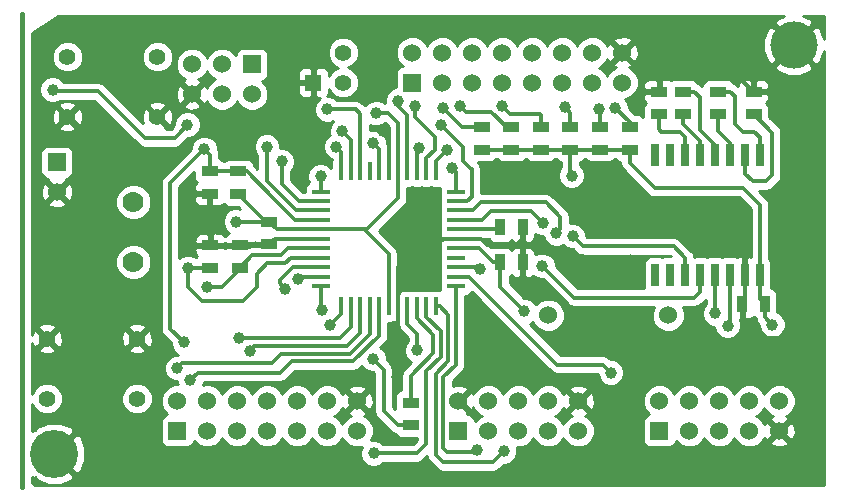
<source format=gtl>
G04 (created by PCBNEW-RS274X (2010-03-14)-final) date Thu 02 May 2013 12:12:38 AM ART*
G01*
G70*
G90*
%MOIN*%
G04 Gerber Fmt 3.4, Leading zero omitted, Abs format*
%FSLAX34Y34*%
G04 APERTURE LIST*
%ADD10C,0.006000*%
%ADD11C,0.015000*%
%ADD12R,0.060000X0.060000*%
%ADD13C,0.060000*%
%ADD14R,0.016000X0.060000*%
%ADD15R,0.060000X0.016000*%
%ADD16R,0.055000X0.055000*%
%ADD17C,0.055000*%
%ADD18R,0.025000X0.075000*%
%ADD19R,0.035000X0.055000*%
%ADD20R,0.055000X0.035000*%
%ADD21C,0.070000*%
%ADD22C,0.157500*%
%ADD23C,0.160000*%
%ADD24C,0.039400*%
%ADD25C,0.012500*%
%ADD26C,0.010000*%
G04 APERTURE END LIST*
G54D10*
G54D11*
X45708Y-28544D02*
X45708Y-44292D01*
G54D12*
X50869Y-42430D03*
G54D13*
X50869Y-41430D03*
X51869Y-42430D03*
X51869Y-41430D03*
X52869Y-42430D03*
X52869Y-41430D03*
X53869Y-42430D03*
X53869Y-41430D03*
X54869Y-42430D03*
X54869Y-41430D03*
X55869Y-42430D03*
X55869Y-41430D03*
X56869Y-42430D03*
X56869Y-41430D03*
G54D14*
X57912Y-33774D03*
X57597Y-33774D03*
X57282Y-33774D03*
X56967Y-33774D03*
X56652Y-33774D03*
X56337Y-33774D03*
X58227Y-33774D03*
X58542Y-33774D03*
X58857Y-33774D03*
X59172Y-33774D03*
X59487Y-33774D03*
X57912Y-38274D03*
X57597Y-38274D03*
X57282Y-38274D03*
X56967Y-38274D03*
X56652Y-38274D03*
X56337Y-38274D03*
X58227Y-38274D03*
X58542Y-38274D03*
X58857Y-38274D03*
X59172Y-38274D03*
X59487Y-38274D03*
G54D15*
X55662Y-36024D03*
X60162Y-36024D03*
X55662Y-36339D03*
X60162Y-36339D03*
X60162Y-36654D03*
X55662Y-36654D03*
X55662Y-36969D03*
X60162Y-36969D03*
X60162Y-37284D03*
X55662Y-37284D03*
X55662Y-37599D03*
X60162Y-37599D03*
X60162Y-35709D03*
X55662Y-35709D03*
X55662Y-35394D03*
X60162Y-35394D03*
X60162Y-35079D03*
X55662Y-35079D03*
X55662Y-34764D03*
X60162Y-34764D03*
X60162Y-34449D03*
X55662Y-34449D03*
G54D16*
X55406Y-30815D03*
G54D17*
X56406Y-30815D03*
X56406Y-29815D03*
X47211Y-31955D03*
X47211Y-29955D03*
X50211Y-31955D03*
X50211Y-29955D03*
X49530Y-39355D03*
X49530Y-41355D03*
X46530Y-39355D03*
X46530Y-41355D03*
G54D18*
X70292Y-33237D03*
X69792Y-33237D03*
X69292Y-33237D03*
X68792Y-33237D03*
X68292Y-33237D03*
X67792Y-33237D03*
X67292Y-33237D03*
X66792Y-33237D03*
X66792Y-37237D03*
X67292Y-37237D03*
X67792Y-37237D03*
X68292Y-37237D03*
X68792Y-37237D03*
X69292Y-37237D03*
X69792Y-37237D03*
X70292Y-37237D03*
G54D19*
X61633Y-35630D03*
X62383Y-35630D03*
G54D20*
X51959Y-33769D03*
X51959Y-34519D03*
X61024Y-33052D03*
X61024Y-32302D03*
X58650Y-41486D03*
X58650Y-42236D03*
X66929Y-31871D03*
X66929Y-31121D03*
G54D19*
X70454Y-38189D03*
X69704Y-38189D03*
G54D20*
X70079Y-31871D03*
X70079Y-31121D03*
X67717Y-31121D03*
X67717Y-31871D03*
X68898Y-31121D03*
X68898Y-31871D03*
X52904Y-33779D03*
X52904Y-34529D03*
X51969Y-36989D03*
X51969Y-36239D03*
X52953Y-36989D03*
X52953Y-36239D03*
G54D12*
X66936Y-42430D03*
G54D13*
X66936Y-41430D03*
X67936Y-42430D03*
X67936Y-41430D03*
X68936Y-42430D03*
X68936Y-41430D03*
X69936Y-42430D03*
X69936Y-41430D03*
X70936Y-42430D03*
X70936Y-41430D03*
G54D12*
X60243Y-42430D03*
G54D13*
X60243Y-41430D03*
X61243Y-42430D03*
X61243Y-41430D03*
X62243Y-42430D03*
X62243Y-41430D03*
X63243Y-42430D03*
X63243Y-41430D03*
X64243Y-42430D03*
X64243Y-41430D03*
G54D12*
X53362Y-30209D03*
G54D13*
X53362Y-31209D03*
X52362Y-30209D03*
X52362Y-31209D03*
X51362Y-30209D03*
X51362Y-31209D03*
G54D12*
X46859Y-33467D03*
G54D13*
X46859Y-34467D03*
G54D21*
X49409Y-36797D03*
X49409Y-34797D03*
G54D22*
X71416Y-29568D03*
G54D23*
X46771Y-43190D03*
G54D20*
X53937Y-36202D03*
X53937Y-35452D03*
G54D19*
X61633Y-36811D03*
X62383Y-36811D03*
G54D20*
X62992Y-33052D03*
X62992Y-32302D03*
X64961Y-33052D03*
X64961Y-32302D03*
X62008Y-33052D03*
X62008Y-32302D03*
X63976Y-33052D03*
X63976Y-32302D03*
X65945Y-33052D03*
X65945Y-32302D03*
G54D13*
X67236Y-38573D03*
X63236Y-38573D03*
G54D12*
X58705Y-30815D03*
G54D13*
X58705Y-29815D03*
X59705Y-30815D03*
X59705Y-29815D03*
X60705Y-30815D03*
X60705Y-29815D03*
X61705Y-30815D03*
X61705Y-29815D03*
X62705Y-30815D03*
X62705Y-29815D03*
X63705Y-30815D03*
X63705Y-29815D03*
X64705Y-30815D03*
X64705Y-29815D03*
X65705Y-30815D03*
X65705Y-29815D03*
G54D24*
X52825Y-35453D03*
X57500Y-31831D03*
X70699Y-38888D03*
X51211Y-32224D03*
X46713Y-31053D03*
X64016Y-33917D03*
X69222Y-38917D03*
X68799Y-38504D03*
X55876Y-31713D03*
X54350Y-33445D03*
X55650Y-33947D03*
X56378Y-32441D03*
X51309Y-40748D03*
X57402Y-32835D03*
X55699Y-38406D03*
X53287Y-39754D03*
X63504Y-35837D03*
X56171Y-32953D03*
X50866Y-40335D03*
X60945Y-37047D03*
X55945Y-38907D03*
X52923Y-39341D03*
X63051Y-35482D03*
X51772Y-33031D03*
X51093Y-39478D03*
X54459Y-37687D03*
X63041Y-36929D03*
X59724Y-31673D03*
X61703Y-31585D03*
X64941Y-31713D03*
X60295Y-31604D03*
X63780Y-31644D03*
X65472Y-31673D03*
X53858Y-32953D03*
X59675Y-32224D03*
X60030Y-33671D03*
X59872Y-33051D03*
X58799Y-31594D03*
X58937Y-32992D03*
X58228Y-31427D03*
X58868Y-39744D03*
X57421Y-43179D03*
X65325Y-40492D03*
X60846Y-43071D03*
X61752Y-43110D03*
X54882Y-37362D03*
X64055Y-35935D03*
X69734Y-39321D03*
X51181Y-35157D03*
X57726Y-32421D03*
X58199Y-40620D03*
X60571Y-40443D03*
X57402Y-40030D03*
X51230Y-36998D03*
X51850Y-37638D03*
X62441Y-38445D03*
G54D25*
X65945Y-33484D02*
X66792Y-34331D01*
X65945Y-33052D02*
X65945Y-33484D01*
X53937Y-35452D02*
X53827Y-35452D01*
X66792Y-34331D02*
X69715Y-34331D01*
X54194Y-35709D02*
X53937Y-35452D01*
X70292Y-34908D02*
X70292Y-37237D01*
X55662Y-35709D02*
X54194Y-35709D01*
X52826Y-35452D02*
X52825Y-35453D01*
X53937Y-35452D02*
X52826Y-35452D01*
X56654Y-35709D02*
X57194Y-35709D01*
X70292Y-37237D02*
X70292Y-38027D01*
X70292Y-38027D02*
X70454Y-38189D01*
X69715Y-34331D02*
X70292Y-34908D01*
X62992Y-33052D02*
X63976Y-33052D01*
X62008Y-33052D02*
X62992Y-33052D01*
X57194Y-35709D02*
X58227Y-34676D01*
X57912Y-36524D02*
X57912Y-38274D01*
X58227Y-34676D02*
X58227Y-33774D01*
X63976Y-33052D02*
X64961Y-33052D01*
X57097Y-35709D02*
X57912Y-36524D01*
X61024Y-33052D02*
X62008Y-33052D01*
X64961Y-33052D02*
X65945Y-33052D01*
X55662Y-35709D02*
X56654Y-35709D01*
X53827Y-35452D02*
X52904Y-34529D01*
X56654Y-35709D02*
X57097Y-35709D01*
X58227Y-32155D02*
X57903Y-31831D01*
X58227Y-33774D02*
X58227Y-32155D01*
X70699Y-38888D02*
X70454Y-38643D01*
X70454Y-38643D02*
X70454Y-38189D01*
X57903Y-31831D02*
X57500Y-31831D01*
X51004Y-32431D02*
X51211Y-32224D01*
X51211Y-32254D02*
X50788Y-32677D01*
X49803Y-32677D02*
X50128Y-32677D01*
X50128Y-32677D02*
X50788Y-32677D01*
X48238Y-31112D02*
X49803Y-32677D01*
X46772Y-31112D02*
X48238Y-31112D01*
X46713Y-31053D02*
X46772Y-31112D01*
X64016Y-33917D02*
X63976Y-33877D01*
X51211Y-32224D02*
X51211Y-32254D01*
X63976Y-33877D02*
X63976Y-33052D01*
X69292Y-38847D02*
X69292Y-37237D01*
X69222Y-38917D02*
X69292Y-38847D01*
X68792Y-38497D02*
X68792Y-37237D01*
X68799Y-38504D02*
X68792Y-38497D01*
X58857Y-38274D02*
X58857Y-38673D01*
X58650Y-40598D02*
X58650Y-41486D01*
X59403Y-39845D02*
X58650Y-40598D01*
X59403Y-39219D02*
X59403Y-39845D01*
X58857Y-38673D02*
X59403Y-39219D01*
X55886Y-31703D02*
X56821Y-31703D01*
X55876Y-31713D02*
X55886Y-31703D01*
X56821Y-31703D02*
X56967Y-31849D01*
X56967Y-31849D02*
X56967Y-33774D01*
X54350Y-34183D02*
X54350Y-33445D01*
X54931Y-34764D02*
X54350Y-34183D01*
X55662Y-34764D02*
X54931Y-34764D01*
X55650Y-33947D02*
X55662Y-33959D01*
X55662Y-33959D02*
X55662Y-34449D01*
X56378Y-32441D02*
X56652Y-32715D01*
X56652Y-32715D02*
X56652Y-33774D01*
X51565Y-40492D02*
X51309Y-40748D01*
X56737Y-40112D02*
X54681Y-40112D01*
X57597Y-39252D02*
X56737Y-40112D01*
X57597Y-38274D02*
X57597Y-39252D01*
X53760Y-40492D02*
X51565Y-40492D01*
X53760Y-40492D02*
X54301Y-40492D01*
X54301Y-40492D02*
X54681Y-40112D01*
X57597Y-33030D02*
X57597Y-33774D01*
X57402Y-32835D02*
X57597Y-33030D01*
X55662Y-38369D02*
X55662Y-37599D01*
X55699Y-38406D02*
X55662Y-38369D01*
X53435Y-39606D02*
X53287Y-39754D01*
X56526Y-39606D02*
X53435Y-39606D01*
X56967Y-39165D02*
X56526Y-39606D01*
X56967Y-38274D02*
X56967Y-39165D01*
X61004Y-34803D02*
X63149Y-34803D01*
X63149Y-34803D02*
X63642Y-35296D01*
X60162Y-35079D02*
X60728Y-35079D01*
X63642Y-35699D02*
X63504Y-35837D01*
X63642Y-35296D02*
X63642Y-35699D01*
X60728Y-35079D02*
X61004Y-34803D01*
X56337Y-33774D02*
X56337Y-33119D01*
X56337Y-33119D02*
X56171Y-32953D01*
X51034Y-40167D02*
X50866Y-40335D01*
X54016Y-40167D02*
X51034Y-40167D01*
X57282Y-38274D02*
X57282Y-39209D01*
X54324Y-39859D02*
X54016Y-40167D01*
X56632Y-39859D02*
X54324Y-39859D01*
X57282Y-39209D02*
X56632Y-39859D01*
X60867Y-36969D02*
X60945Y-37047D01*
X60162Y-36969D02*
X60867Y-36969D01*
X55945Y-38907D02*
X56337Y-38515D01*
X56337Y-38515D02*
X56337Y-38274D01*
X56299Y-39321D02*
X52943Y-39321D01*
X56652Y-38274D02*
X56652Y-38968D01*
X56652Y-38968D02*
X56299Y-39321D01*
X52943Y-39321D02*
X52923Y-39341D01*
X63051Y-35482D02*
X62677Y-35108D01*
X61033Y-35394D02*
X61319Y-35108D01*
X60162Y-35394D02*
X61033Y-35394D01*
X62677Y-35108D02*
X61319Y-35108D01*
X52904Y-33779D02*
X51969Y-33779D01*
X55662Y-35394D02*
X54800Y-35394D01*
X54800Y-35394D02*
X54070Y-34664D01*
X51969Y-33779D02*
X51959Y-33769D01*
X54070Y-34661D02*
X53188Y-33779D01*
X53188Y-33779D02*
X52904Y-33779D01*
X54070Y-34664D02*
X54070Y-34661D01*
X51959Y-33218D02*
X51772Y-33031D01*
X51959Y-33769D02*
X51959Y-33218D01*
X51093Y-39478D02*
X50630Y-39015D01*
X50630Y-39015D02*
X50630Y-34173D01*
X50630Y-34173D02*
X51772Y-33031D01*
X54281Y-37401D02*
X54281Y-37509D01*
X54713Y-36969D02*
X54281Y-37401D01*
X55662Y-36969D02*
X54713Y-36969D01*
X68292Y-37237D02*
X68292Y-37810D01*
X54281Y-37509D02*
X54459Y-37687D01*
X68110Y-37992D02*
X66595Y-37992D01*
X68292Y-37810D02*
X68110Y-37992D01*
X64104Y-37992D02*
X66595Y-37992D01*
X63041Y-36929D02*
X64104Y-37992D01*
X54459Y-37687D02*
X54449Y-37677D01*
X60353Y-32302D02*
X59724Y-31673D01*
X61024Y-32302D02*
X60353Y-32302D01*
X61978Y-31860D02*
X61703Y-31585D01*
X62992Y-32302D02*
X62992Y-31900D01*
X62992Y-31900D02*
X62952Y-31860D01*
X62952Y-31860D02*
X61978Y-31860D01*
X64961Y-32302D02*
X64961Y-31733D01*
X64961Y-31733D02*
X64941Y-31713D01*
X61849Y-32302D02*
X61338Y-31791D01*
X61338Y-31791D02*
X60482Y-31791D01*
X60482Y-31791D02*
X60295Y-31604D01*
X62008Y-32302D02*
X61849Y-32302D01*
X63976Y-31840D02*
X63780Y-31644D01*
X63976Y-32302D02*
X63976Y-31840D01*
X65472Y-31673D02*
X65945Y-32146D01*
X65945Y-32146D02*
X65945Y-32302D01*
X53848Y-32963D02*
X53848Y-34084D01*
X54843Y-35079D02*
X55662Y-35079D01*
X53858Y-32953D02*
X53848Y-32963D01*
X53848Y-34084D02*
X54843Y-35079D01*
X60679Y-34616D02*
X60679Y-33691D01*
X59675Y-32224D02*
X60404Y-32953D01*
X60404Y-32953D02*
X60404Y-33416D01*
X60404Y-33416D02*
X60640Y-33652D01*
X60679Y-33691D02*
X60640Y-33652D01*
X60531Y-34764D02*
X60679Y-34616D01*
X60162Y-34764D02*
X60531Y-34764D01*
X60162Y-33803D02*
X60162Y-34449D01*
X60030Y-33671D02*
X60162Y-33803D01*
X59487Y-33436D02*
X59487Y-33774D01*
X59872Y-33051D02*
X59487Y-33436D01*
X58799Y-31968D02*
X59469Y-32638D01*
X59172Y-33774D02*
X59172Y-33348D01*
X59172Y-33348D02*
X59469Y-33051D01*
X58799Y-31594D02*
X58799Y-31968D01*
X59469Y-33051D02*
X59469Y-32638D01*
X58857Y-33072D02*
X58857Y-33774D01*
X58937Y-32992D02*
X58857Y-33072D01*
X58228Y-31594D02*
X58228Y-31427D01*
X58542Y-31908D02*
X58228Y-31594D01*
X58542Y-33774D02*
X58542Y-31908D01*
X58542Y-38867D02*
X58868Y-39193D01*
X58542Y-38274D02*
X58542Y-38867D01*
X58868Y-39193D02*
X58868Y-39744D01*
X59172Y-38630D02*
X59656Y-39114D01*
X59656Y-39950D02*
X59172Y-40434D01*
X59172Y-38274D02*
X59172Y-38630D01*
X59172Y-40434D02*
X59172Y-41841D01*
X59656Y-39114D02*
X59656Y-39950D01*
X59172Y-42855D02*
X58848Y-43179D01*
X59172Y-41841D02*
X59172Y-42855D01*
X58848Y-43179D02*
X57421Y-43179D01*
X65050Y-40217D02*
X65325Y-40492D01*
X60162Y-37284D02*
X60601Y-37284D01*
X60601Y-37284D02*
X63534Y-40217D01*
X63534Y-40217D02*
X64321Y-40217D01*
X64321Y-40217D02*
X65050Y-40217D01*
X60162Y-38504D02*
X60162Y-37599D01*
X60787Y-43130D02*
X59878Y-43130D01*
X59878Y-43130D02*
X59740Y-42992D01*
X60162Y-40222D02*
X59740Y-40644D01*
X59740Y-42992D02*
X59740Y-40644D01*
X60162Y-38504D02*
X60162Y-40222D01*
X60846Y-43071D02*
X60787Y-43130D01*
X59487Y-43218D02*
X59743Y-43474D01*
X59743Y-43474D02*
X61230Y-43474D01*
X59487Y-40523D02*
X59487Y-42697D01*
X59633Y-38274D02*
X59909Y-38550D01*
X59909Y-38550D02*
X59909Y-40101D01*
X59487Y-38274D02*
X59633Y-38274D01*
X59909Y-40101D02*
X59487Y-40523D01*
X61752Y-43110D02*
X61388Y-43474D01*
X61388Y-43474D02*
X61239Y-43474D01*
X61239Y-43474D02*
X61230Y-43465D01*
X61230Y-43465D02*
X61230Y-43474D01*
X59487Y-42697D02*
X59487Y-43218D01*
X54960Y-37284D02*
X55662Y-37284D01*
X67792Y-37237D02*
X67792Y-36650D01*
X64390Y-36270D02*
X65955Y-36270D01*
X67412Y-36270D02*
X65965Y-36270D01*
X65965Y-36260D02*
X65965Y-36270D01*
X65955Y-36270D02*
X65965Y-36260D01*
X64055Y-35935D02*
X64390Y-36270D01*
X54882Y-37362D02*
X54960Y-37284D01*
X67792Y-36650D02*
X67412Y-36270D01*
X60162Y-36024D02*
X61004Y-36024D01*
X69704Y-39291D02*
X69704Y-38189D01*
X59183Y-36024D02*
X60162Y-36024D01*
X58227Y-38274D02*
X58227Y-36980D01*
X58227Y-36980D02*
X59183Y-36024D01*
X62383Y-36013D02*
X62383Y-35630D01*
X51969Y-36239D02*
X51969Y-34529D01*
X69792Y-37237D02*
X69792Y-38101D01*
X69792Y-38101D02*
X69704Y-38189D01*
X69734Y-39321D02*
X69704Y-39291D01*
X66929Y-30758D02*
X67067Y-30620D01*
X61200Y-36220D02*
X62176Y-36220D01*
X61004Y-36024D02*
X61200Y-36220D01*
X55662Y-36024D02*
X54115Y-36024D01*
X54115Y-36024D02*
X53937Y-36202D01*
X57912Y-33774D02*
X57912Y-32607D01*
X69578Y-30620D02*
X70079Y-31121D01*
X51969Y-35945D02*
X51181Y-35157D01*
X53937Y-36202D02*
X52990Y-36202D01*
X52953Y-36239D02*
X51969Y-36239D01*
X52990Y-36202D02*
X52953Y-36239D01*
X67067Y-30620D02*
X69578Y-30620D01*
X62176Y-36220D02*
X62383Y-36013D01*
X62383Y-36811D02*
X62383Y-37334D01*
X57912Y-32607D02*
X57726Y-32421D01*
X70994Y-39321D02*
X71644Y-38671D01*
X71644Y-38671D02*
X71644Y-31546D01*
X63533Y-37982D02*
X65039Y-39488D01*
X63031Y-37982D02*
X63533Y-37982D01*
X62383Y-37334D02*
X63031Y-37982D01*
X71219Y-31121D02*
X70079Y-31121D01*
X69734Y-39321D02*
X70994Y-39321D01*
X71644Y-31546D02*
X71219Y-31121D01*
X51969Y-34529D02*
X51959Y-34519D01*
X66929Y-31121D02*
X66929Y-30758D01*
X51969Y-36239D02*
X51969Y-35945D01*
X62383Y-35630D02*
X62383Y-36811D01*
X65817Y-40266D02*
X65039Y-39488D01*
X60571Y-40443D02*
X60610Y-40404D01*
X65552Y-40984D02*
X65817Y-40719D01*
X58199Y-40620D02*
X58227Y-40592D01*
X62057Y-40404D02*
X63298Y-40404D01*
X65817Y-40719D02*
X65817Y-40266D01*
X64980Y-40984D02*
X65552Y-40984D01*
X64577Y-40581D02*
X64980Y-40984D01*
X63298Y-40404D02*
X63475Y-40581D01*
X60610Y-40404D02*
X62057Y-40404D01*
X58227Y-40592D02*
X58227Y-38274D01*
X63475Y-40581D02*
X64577Y-40581D01*
X69300Y-31121D02*
X68898Y-31121D01*
X70098Y-32451D02*
X69724Y-32451D01*
X70292Y-33237D02*
X70292Y-32645D01*
X69459Y-32186D02*
X69459Y-31280D01*
X69459Y-31280D02*
X69300Y-31121D01*
X70292Y-32645D02*
X70098Y-32451D01*
X69724Y-32451D02*
X69459Y-32186D01*
X69292Y-33237D02*
X69292Y-32826D01*
X69292Y-32826D02*
X68898Y-32432D01*
X68898Y-32432D02*
X68898Y-31871D01*
X68297Y-32414D02*
X68297Y-31309D01*
X68297Y-31309D02*
X68109Y-31121D01*
X68792Y-32909D02*
X68297Y-32414D01*
X68792Y-33237D02*
X68792Y-32909D01*
X68109Y-31121D02*
X67717Y-31121D01*
X67717Y-32192D02*
X67717Y-31871D01*
X68292Y-32767D02*
X67717Y-32192D01*
X68292Y-33237D02*
X68292Y-32767D01*
X57756Y-41762D02*
X58230Y-42236D01*
X57756Y-40384D02*
X57756Y-41762D01*
X58230Y-42236D02*
X58650Y-42236D01*
X57402Y-40030D02*
X57756Y-40384D01*
X60162Y-35709D02*
X61554Y-35709D01*
X61554Y-35709D02*
X61633Y-35630D01*
X54476Y-36847D02*
X53871Y-36847D01*
X53514Y-37204D02*
X53514Y-37648D01*
X51230Y-37638D02*
X51230Y-36998D01*
X51230Y-36998D02*
X51239Y-36989D01*
X53871Y-36847D02*
X53514Y-37204D01*
X53514Y-37648D02*
X53071Y-38091D01*
X54669Y-36654D02*
X54476Y-36847D01*
X53031Y-38091D02*
X53071Y-38091D01*
X51239Y-36989D02*
X51969Y-36989D01*
X53031Y-38091D02*
X51683Y-38091D01*
X55662Y-36654D02*
X54669Y-36654D01*
X51683Y-38091D02*
X51230Y-37638D01*
X52953Y-36988D02*
X53366Y-36575D01*
X53366Y-36575D02*
X54340Y-36575D01*
X52953Y-36989D02*
X52953Y-37037D01*
X52953Y-36989D02*
X52953Y-36988D01*
X52953Y-37037D02*
X52352Y-37638D01*
X54576Y-36339D02*
X55662Y-36339D01*
X54340Y-36575D02*
X54576Y-36339D01*
X52352Y-37638D02*
X51850Y-37638D01*
X66929Y-32372D02*
X66929Y-31871D01*
X67792Y-32625D02*
X67618Y-32451D01*
X67792Y-33237D02*
X67792Y-32625D01*
X67618Y-32451D02*
X67008Y-32451D01*
X67008Y-32451D02*
X66929Y-32372D01*
X69792Y-33237D02*
X69792Y-33857D01*
X70699Y-32491D02*
X70079Y-31871D01*
X70699Y-33908D02*
X70699Y-32491D01*
X70493Y-34114D02*
X70699Y-33908D01*
X70049Y-34114D02*
X70493Y-34114D01*
X69792Y-33857D02*
X70049Y-34114D01*
X61633Y-37637D02*
X61633Y-36811D01*
X62441Y-38445D02*
X61633Y-37637D01*
X60162Y-36339D02*
X60926Y-36339D01*
X61398Y-36811D02*
X61633Y-36811D01*
X60926Y-36339D02*
X61398Y-36811D01*
G54D10*
G36*
X53987Y-36252D02*
X53887Y-36252D01*
X53837Y-36252D01*
X53474Y-36252D01*
X53463Y-36263D01*
X53366Y-36263D01*
X53246Y-36287D01*
X53242Y-36289D01*
X53053Y-36289D01*
X53003Y-36289D01*
X52903Y-36289D01*
X52853Y-36289D01*
X52490Y-36289D01*
X52461Y-36318D01*
X52432Y-36289D01*
X52069Y-36289D01*
X52019Y-36289D01*
X51919Y-36289D01*
X51919Y-36189D01*
X51919Y-35876D01*
X51909Y-35866D01*
X51909Y-34882D01*
X51909Y-34569D01*
X51496Y-34569D01*
X51434Y-34631D01*
X51435Y-34743D01*
X51473Y-34835D01*
X51543Y-34905D01*
X51634Y-34943D01*
X51733Y-34943D01*
X51847Y-34944D01*
X51909Y-34882D01*
X51909Y-35866D01*
X51857Y-35814D01*
X51743Y-35815D01*
X51644Y-35815D01*
X51553Y-35853D01*
X51483Y-35923D01*
X51445Y-36015D01*
X51444Y-36127D01*
X51506Y-36189D01*
X51919Y-36189D01*
X51919Y-36289D01*
X51869Y-36289D01*
X51506Y-36289D01*
X51444Y-36351D01*
X51445Y-36463D01*
X51483Y-36555D01*
X51542Y-36614D01*
X51509Y-36646D01*
X51483Y-36620D01*
X51319Y-36552D01*
X51142Y-36552D01*
X50978Y-36620D01*
X50942Y-36655D01*
X50942Y-34303D01*
X51435Y-33810D01*
X51435Y-33993D01*
X51473Y-34085D01*
X51532Y-34144D01*
X51473Y-34203D01*
X51435Y-34295D01*
X51434Y-34407D01*
X51496Y-34469D01*
X51859Y-34469D01*
X51909Y-34469D01*
X52009Y-34469D01*
X52009Y-34569D01*
X52009Y-34619D01*
X52009Y-34882D01*
X52071Y-34944D01*
X52185Y-34943D01*
X52284Y-34943D01*
X52375Y-34905D01*
X52426Y-34853D01*
X52488Y-34915D01*
X52579Y-34953D01*
X52678Y-34953D01*
X52886Y-34953D01*
X52958Y-35025D01*
X52914Y-35007D01*
X52737Y-35007D01*
X52573Y-35075D01*
X52447Y-35200D01*
X52379Y-35364D01*
X52379Y-35541D01*
X52447Y-35705D01*
X52572Y-35831D01*
X52580Y-35834D01*
X52537Y-35853D01*
X52467Y-35923D01*
X52461Y-35937D01*
X52455Y-35923D01*
X52385Y-35853D01*
X52294Y-35815D01*
X52195Y-35815D01*
X52081Y-35814D01*
X52019Y-35876D01*
X52019Y-36189D01*
X52432Y-36189D01*
X52461Y-36160D01*
X52490Y-36189D01*
X52853Y-36189D01*
X52903Y-36189D01*
X53003Y-36189D01*
X53053Y-36189D01*
X53416Y-36189D01*
X53463Y-36141D01*
X53474Y-36152D01*
X53837Y-36152D01*
X53887Y-36152D01*
X53987Y-36152D01*
X53987Y-36252D01*
X53987Y-36252D01*
G37*
G54D26*
X53987Y-36252D02*
X53887Y-36252D01*
X53837Y-36252D01*
X53474Y-36252D01*
X53463Y-36263D01*
X53366Y-36263D01*
X53246Y-36287D01*
X53242Y-36289D01*
X53053Y-36289D01*
X53003Y-36289D01*
X52903Y-36289D01*
X52853Y-36289D01*
X52490Y-36289D01*
X52461Y-36318D01*
X52432Y-36289D01*
X52069Y-36289D01*
X52019Y-36289D01*
X51919Y-36289D01*
X51919Y-36189D01*
X51919Y-35876D01*
X51909Y-35866D01*
X51909Y-34882D01*
X51909Y-34569D01*
X51496Y-34569D01*
X51434Y-34631D01*
X51435Y-34743D01*
X51473Y-34835D01*
X51543Y-34905D01*
X51634Y-34943D01*
X51733Y-34943D01*
X51847Y-34944D01*
X51909Y-34882D01*
X51909Y-35866D01*
X51857Y-35814D01*
X51743Y-35815D01*
X51644Y-35815D01*
X51553Y-35853D01*
X51483Y-35923D01*
X51445Y-36015D01*
X51444Y-36127D01*
X51506Y-36189D01*
X51919Y-36189D01*
X51919Y-36289D01*
X51869Y-36289D01*
X51506Y-36289D01*
X51444Y-36351D01*
X51445Y-36463D01*
X51483Y-36555D01*
X51542Y-36614D01*
X51509Y-36646D01*
X51483Y-36620D01*
X51319Y-36552D01*
X51142Y-36552D01*
X50978Y-36620D01*
X50942Y-36655D01*
X50942Y-34303D01*
X51435Y-33810D01*
X51435Y-33993D01*
X51473Y-34085D01*
X51532Y-34144D01*
X51473Y-34203D01*
X51435Y-34295D01*
X51434Y-34407D01*
X51496Y-34469D01*
X51859Y-34469D01*
X51909Y-34469D01*
X52009Y-34469D01*
X52009Y-34569D01*
X52009Y-34619D01*
X52009Y-34882D01*
X52071Y-34944D01*
X52185Y-34943D01*
X52284Y-34943D01*
X52375Y-34905D01*
X52426Y-34853D01*
X52488Y-34915D01*
X52579Y-34953D01*
X52678Y-34953D01*
X52886Y-34953D01*
X52958Y-35025D01*
X52914Y-35007D01*
X52737Y-35007D01*
X52573Y-35075D01*
X52447Y-35200D01*
X52379Y-35364D01*
X52379Y-35541D01*
X52447Y-35705D01*
X52572Y-35831D01*
X52580Y-35834D01*
X52537Y-35853D01*
X52467Y-35923D01*
X52461Y-35937D01*
X52455Y-35923D01*
X52385Y-35853D01*
X52294Y-35815D01*
X52195Y-35815D01*
X52081Y-35814D01*
X52019Y-35876D01*
X52019Y-36189D01*
X52432Y-36189D01*
X52461Y-36160D01*
X52490Y-36189D01*
X52853Y-36189D01*
X52903Y-36189D01*
X53003Y-36189D01*
X53053Y-36189D01*
X53416Y-36189D01*
X53463Y-36141D01*
X53474Y-36152D01*
X53837Y-36152D01*
X53887Y-36152D01*
X53987Y-36152D01*
X53987Y-36252D01*
G54D10*
G36*
X57915Y-33383D02*
X57911Y-33390D01*
X57909Y-33383D01*
X57909Y-33030D01*
X57908Y-33029D01*
X57909Y-33029D01*
X57903Y-33005D01*
X57885Y-32911D01*
X57884Y-32910D01*
X57848Y-32855D01*
X57848Y-32854D01*
X57848Y-32747D01*
X57780Y-32583D01*
X57655Y-32457D01*
X57491Y-32389D01*
X57314Y-32389D01*
X57279Y-32403D01*
X57279Y-32222D01*
X57411Y-32277D01*
X57588Y-32277D01*
X57752Y-32209D01*
X57795Y-32165D01*
X57915Y-32284D01*
X57915Y-33383D01*
X57915Y-33383D01*
G37*
G54D26*
X57915Y-33383D02*
X57911Y-33390D01*
X57909Y-33383D01*
X57909Y-33030D01*
X57908Y-33029D01*
X57909Y-33029D01*
X57903Y-33005D01*
X57885Y-32911D01*
X57884Y-32910D01*
X57848Y-32855D01*
X57848Y-32854D01*
X57848Y-32747D01*
X57780Y-32583D01*
X57655Y-32457D01*
X57491Y-32389D01*
X57314Y-32389D01*
X57279Y-32403D01*
X57279Y-32222D01*
X57411Y-32277D01*
X57588Y-32277D01*
X57752Y-32209D01*
X57795Y-32165D01*
X57915Y-32284D01*
X57915Y-33383D01*
G54D10*
G36*
X58663Y-40142D02*
X58429Y-40377D01*
X58362Y-40478D01*
X58337Y-40598D01*
X58338Y-40602D01*
X58338Y-41062D01*
X58326Y-41062D01*
X58234Y-41100D01*
X58164Y-41170D01*
X58126Y-41261D01*
X58126Y-41360D01*
X58126Y-41690D01*
X58068Y-41632D01*
X58068Y-40384D01*
X58044Y-40265D01*
X58043Y-40264D01*
X57977Y-40163D01*
X57974Y-40161D01*
X57848Y-40034D01*
X57848Y-39942D01*
X57780Y-39778D01*
X57655Y-39652D01*
X57643Y-39647D01*
X57815Y-39474D01*
X57817Y-39473D01*
X57818Y-39473D01*
X57858Y-39412D01*
X57885Y-39372D01*
X57885Y-39371D01*
X57909Y-39252D01*
X57909Y-38823D01*
X58041Y-38823D01*
X58069Y-38811D01*
X58098Y-38823D01*
X58125Y-38824D01*
X58187Y-38762D01*
X58187Y-38731D01*
X58203Y-38715D01*
X58227Y-38657D01*
X58230Y-38664D01*
X58230Y-38862D01*
X58229Y-38867D01*
X58254Y-38987D01*
X58321Y-39088D01*
X58556Y-39323D01*
X58556Y-39425D01*
X58490Y-39491D01*
X58422Y-39655D01*
X58422Y-39832D01*
X58490Y-39996D01*
X58615Y-40122D01*
X58663Y-40142D01*
X58663Y-40142D01*
G37*
G54D26*
X58663Y-40142D02*
X58429Y-40377D01*
X58362Y-40478D01*
X58337Y-40598D01*
X58338Y-40602D01*
X58338Y-41062D01*
X58326Y-41062D01*
X58234Y-41100D01*
X58164Y-41170D01*
X58126Y-41261D01*
X58126Y-41360D01*
X58126Y-41690D01*
X58068Y-41632D01*
X58068Y-40384D01*
X58044Y-40265D01*
X58043Y-40264D01*
X57977Y-40163D01*
X57974Y-40161D01*
X57848Y-40034D01*
X57848Y-39942D01*
X57780Y-39778D01*
X57655Y-39652D01*
X57643Y-39647D01*
X57815Y-39474D01*
X57817Y-39473D01*
X57818Y-39473D01*
X57858Y-39412D01*
X57885Y-39372D01*
X57885Y-39371D01*
X57909Y-39252D01*
X57909Y-38823D01*
X58041Y-38823D01*
X58069Y-38811D01*
X58098Y-38823D01*
X58125Y-38824D01*
X58187Y-38762D01*
X58187Y-38731D01*
X58203Y-38715D01*
X58227Y-38657D01*
X58230Y-38664D01*
X58230Y-38862D01*
X58229Y-38867D01*
X58254Y-38987D01*
X58321Y-39088D01*
X58556Y-39323D01*
X58556Y-39425D01*
X58490Y-39491D01*
X58422Y-39655D01*
X58422Y-39832D01*
X58490Y-39996D01*
X58615Y-40122D01*
X58663Y-40142D01*
G54D10*
G36*
X58860Y-42725D02*
X58718Y-42867D01*
X57739Y-42867D01*
X57674Y-42801D01*
X57510Y-42733D01*
X57337Y-42733D01*
X57418Y-42539D01*
X57418Y-42321D01*
X57412Y-42306D01*
X57412Y-41509D01*
X57401Y-41296D01*
X57341Y-41149D01*
X57247Y-41122D01*
X57177Y-41192D01*
X57177Y-41052D01*
X57150Y-40958D01*
X56948Y-40887D01*
X56735Y-40898D01*
X56588Y-40958D01*
X56561Y-41052D01*
X56869Y-41359D01*
X57177Y-41052D01*
X57177Y-41192D01*
X56940Y-41430D01*
X57247Y-41738D01*
X57341Y-41711D01*
X57412Y-41509D01*
X57412Y-42306D01*
X57334Y-42119D01*
X57180Y-41965D01*
X57088Y-41927D01*
X57150Y-41902D01*
X57177Y-41808D01*
X56869Y-41501D01*
X56561Y-41808D01*
X56588Y-41902D01*
X56653Y-41925D01*
X56558Y-41965D01*
X56404Y-42119D01*
X56369Y-42203D01*
X56334Y-42119D01*
X56180Y-41965D01*
X56095Y-41930D01*
X56180Y-41895D01*
X56334Y-41741D01*
X56371Y-41649D01*
X56397Y-41711D01*
X56491Y-41738D01*
X56798Y-41430D01*
X56491Y-41122D01*
X56397Y-41149D01*
X56373Y-41214D01*
X56334Y-41119D01*
X56180Y-40965D01*
X55978Y-40881D01*
X55760Y-40881D01*
X55558Y-40965D01*
X55404Y-41119D01*
X55369Y-41203D01*
X55334Y-41119D01*
X55180Y-40965D01*
X54978Y-40881D01*
X54760Y-40881D01*
X54558Y-40965D01*
X54404Y-41119D01*
X54369Y-41203D01*
X54334Y-41119D01*
X54180Y-40965D01*
X53978Y-40881D01*
X53760Y-40881D01*
X53558Y-40965D01*
X53404Y-41119D01*
X53369Y-41203D01*
X53334Y-41119D01*
X53180Y-40965D01*
X52978Y-40881D01*
X52760Y-40881D01*
X52558Y-40965D01*
X52404Y-41119D01*
X52369Y-41203D01*
X52334Y-41119D01*
X52180Y-40965D01*
X51978Y-40881D01*
X51760Y-40881D01*
X51731Y-40892D01*
X51755Y-40837D01*
X51755Y-40804D01*
X53760Y-40804D01*
X54296Y-40804D01*
X54301Y-40805D01*
X54301Y-40804D01*
X54420Y-40780D01*
X54421Y-40780D01*
X54522Y-40713D01*
X54810Y-40424D01*
X56732Y-40424D01*
X56737Y-40425D01*
X56737Y-40424D01*
X56856Y-40400D01*
X56857Y-40400D01*
X56958Y-40333D01*
X57019Y-40271D01*
X57024Y-40282D01*
X57149Y-40408D01*
X57313Y-40476D01*
X57406Y-40476D01*
X57444Y-40513D01*
X57444Y-41757D01*
X57443Y-41762D01*
X57468Y-41882D01*
X57535Y-41983D01*
X58007Y-42454D01*
X58009Y-42457D01*
X58069Y-42497D01*
X58110Y-42524D01*
X58111Y-42524D01*
X58156Y-42533D01*
X58164Y-42552D01*
X58234Y-42622D01*
X58325Y-42660D01*
X58424Y-42660D01*
X58860Y-42660D01*
X58860Y-42725D01*
X58860Y-42725D01*
G37*
G54D26*
X58860Y-42725D02*
X58718Y-42867D01*
X57739Y-42867D01*
X57674Y-42801D01*
X57510Y-42733D01*
X57337Y-42733D01*
X57418Y-42539D01*
X57418Y-42321D01*
X57412Y-42306D01*
X57412Y-41509D01*
X57401Y-41296D01*
X57341Y-41149D01*
X57247Y-41122D01*
X57177Y-41192D01*
X57177Y-41052D01*
X57150Y-40958D01*
X56948Y-40887D01*
X56735Y-40898D01*
X56588Y-40958D01*
X56561Y-41052D01*
X56869Y-41359D01*
X57177Y-41052D01*
X57177Y-41192D01*
X56940Y-41430D01*
X57247Y-41738D01*
X57341Y-41711D01*
X57412Y-41509D01*
X57412Y-42306D01*
X57334Y-42119D01*
X57180Y-41965D01*
X57088Y-41927D01*
X57150Y-41902D01*
X57177Y-41808D01*
X56869Y-41501D01*
X56561Y-41808D01*
X56588Y-41902D01*
X56653Y-41925D01*
X56558Y-41965D01*
X56404Y-42119D01*
X56369Y-42203D01*
X56334Y-42119D01*
X56180Y-41965D01*
X56095Y-41930D01*
X56180Y-41895D01*
X56334Y-41741D01*
X56371Y-41649D01*
X56397Y-41711D01*
X56491Y-41738D01*
X56798Y-41430D01*
X56491Y-41122D01*
X56397Y-41149D01*
X56373Y-41214D01*
X56334Y-41119D01*
X56180Y-40965D01*
X55978Y-40881D01*
X55760Y-40881D01*
X55558Y-40965D01*
X55404Y-41119D01*
X55369Y-41203D01*
X55334Y-41119D01*
X55180Y-40965D01*
X54978Y-40881D01*
X54760Y-40881D01*
X54558Y-40965D01*
X54404Y-41119D01*
X54369Y-41203D01*
X54334Y-41119D01*
X54180Y-40965D01*
X53978Y-40881D01*
X53760Y-40881D01*
X53558Y-40965D01*
X53404Y-41119D01*
X53369Y-41203D01*
X53334Y-41119D01*
X53180Y-40965D01*
X52978Y-40881D01*
X52760Y-40881D01*
X52558Y-40965D01*
X52404Y-41119D01*
X52369Y-41203D01*
X52334Y-41119D01*
X52180Y-40965D01*
X51978Y-40881D01*
X51760Y-40881D01*
X51731Y-40892D01*
X51755Y-40837D01*
X51755Y-40804D01*
X53760Y-40804D01*
X54296Y-40804D01*
X54301Y-40805D01*
X54301Y-40804D01*
X54420Y-40780D01*
X54421Y-40780D01*
X54522Y-40713D01*
X54810Y-40424D01*
X56732Y-40424D01*
X56737Y-40425D01*
X56737Y-40424D01*
X56856Y-40400D01*
X56857Y-40400D01*
X56958Y-40333D01*
X57019Y-40271D01*
X57024Y-40282D01*
X57149Y-40408D01*
X57313Y-40476D01*
X57406Y-40476D01*
X57444Y-40513D01*
X57444Y-41757D01*
X57443Y-41762D01*
X57468Y-41882D01*
X57535Y-41983D01*
X58007Y-42454D01*
X58009Y-42457D01*
X58069Y-42497D01*
X58110Y-42524D01*
X58111Y-42524D01*
X58156Y-42533D01*
X58164Y-42552D01*
X58234Y-42622D01*
X58325Y-42660D01*
X58424Y-42660D01*
X58860Y-42660D01*
X58860Y-42725D01*
G54D10*
G36*
X59778Y-36024D02*
X59721Y-36048D01*
X59705Y-36064D01*
X59674Y-36064D01*
X59613Y-36125D01*
X59613Y-36154D01*
X59624Y-36181D01*
X59613Y-36209D01*
X59613Y-36308D01*
X59613Y-36468D01*
X59624Y-36496D01*
X59613Y-36524D01*
X59613Y-36623D01*
X59613Y-36783D01*
X59624Y-36811D01*
X59613Y-36839D01*
X59613Y-36938D01*
X59613Y-37098D01*
X59624Y-37126D01*
X59613Y-37154D01*
X59613Y-37253D01*
X59613Y-37413D01*
X59624Y-37441D01*
X59613Y-37469D01*
X59613Y-37568D01*
X59613Y-37725D01*
X59518Y-37725D01*
X59358Y-37725D01*
X59329Y-37736D01*
X59302Y-37725D01*
X59203Y-37725D01*
X59043Y-37725D01*
X59014Y-37736D01*
X58987Y-37725D01*
X58888Y-37725D01*
X58728Y-37725D01*
X58699Y-37736D01*
X58672Y-37725D01*
X58573Y-37725D01*
X58413Y-37725D01*
X58384Y-37736D01*
X58356Y-37725D01*
X58329Y-37724D01*
X58267Y-37786D01*
X58267Y-37817D01*
X58251Y-37833D01*
X58226Y-37890D01*
X58224Y-37883D01*
X58224Y-36524D01*
X58200Y-36405D01*
X58199Y-36404D01*
X58133Y-36303D01*
X58130Y-36301D01*
X57587Y-35757D01*
X58445Y-34898D01*
X58447Y-34897D01*
X58448Y-34897D01*
X58514Y-34796D01*
X58515Y-34795D01*
X58533Y-34701D01*
X58539Y-34677D01*
X58538Y-34676D01*
X58539Y-34676D01*
X58539Y-34323D01*
X58671Y-34323D01*
X58699Y-34311D01*
X58727Y-34323D01*
X58826Y-34323D01*
X58986Y-34323D01*
X59014Y-34311D01*
X59042Y-34323D01*
X59141Y-34323D01*
X59301Y-34323D01*
X59329Y-34311D01*
X59357Y-34323D01*
X59456Y-34323D01*
X59613Y-34323D01*
X59613Y-34418D01*
X59613Y-34578D01*
X59624Y-34606D01*
X59613Y-34634D01*
X59613Y-34733D01*
X59613Y-34893D01*
X59624Y-34921D01*
X59613Y-34949D01*
X59613Y-35048D01*
X59613Y-35208D01*
X59624Y-35236D01*
X59613Y-35264D01*
X59613Y-35363D01*
X59613Y-35523D01*
X59624Y-35551D01*
X59613Y-35579D01*
X59613Y-35678D01*
X59613Y-35838D01*
X59624Y-35866D01*
X59613Y-35894D01*
X59613Y-35923D01*
X59674Y-35984D01*
X59705Y-35984D01*
X59721Y-36000D01*
X59778Y-36024D01*
X59778Y-36024D01*
G37*
G54D26*
X59778Y-36024D02*
X59721Y-36048D01*
X59705Y-36064D01*
X59674Y-36064D01*
X59613Y-36125D01*
X59613Y-36154D01*
X59624Y-36181D01*
X59613Y-36209D01*
X59613Y-36308D01*
X59613Y-36468D01*
X59624Y-36496D01*
X59613Y-36524D01*
X59613Y-36623D01*
X59613Y-36783D01*
X59624Y-36811D01*
X59613Y-36839D01*
X59613Y-36938D01*
X59613Y-37098D01*
X59624Y-37126D01*
X59613Y-37154D01*
X59613Y-37253D01*
X59613Y-37413D01*
X59624Y-37441D01*
X59613Y-37469D01*
X59613Y-37568D01*
X59613Y-37725D01*
X59518Y-37725D01*
X59358Y-37725D01*
X59329Y-37736D01*
X59302Y-37725D01*
X59203Y-37725D01*
X59043Y-37725D01*
X59014Y-37736D01*
X58987Y-37725D01*
X58888Y-37725D01*
X58728Y-37725D01*
X58699Y-37736D01*
X58672Y-37725D01*
X58573Y-37725D01*
X58413Y-37725D01*
X58384Y-37736D01*
X58356Y-37725D01*
X58329Y-37724D01*
X58267Y-37786D01*
X58267Y-37817D01*
X58251Y-37833D01*
X58226Y-37890D01*
X58224Y-37883D01*
X58224Y-36524D01*
X58200Y-36405D01*
X58199Y-36404D01*
X58133Y-36303D01*
X58130Y-36301D01*
X57587Y-35757D01*
X58445Y-34898D01*
X58447Y-34897D01*
X58448Y-34897D01*
X58514Y-34796D01*
X58515Y-34795D01*
X58533Y-34701D01*
X58539Y-34677D01*
X58538Y-34676D01*
X58539Y-34676D01*
X58539Y-34323D01*
X58671Y-34323D01*
X58699Y-34311D01*
X58727Y-34323D01*
X58826Y-34323D01*
X58986Y-34323D01*
X59014Y-34311D01*
X59042Y-34323D01*
X59141Y-34323D01*
X59301Y-34323D01*
X59329Y-34311D01*
X59357Y-34323D01*
X59456Y-34323D01*
X59613Y-34323D01*
X59613Y-34418D01*
X59613Y-34578D01*
X59624Y-34606D01*
X59613Y-34634D01*
X59613Y-34733D01*
X59613Y-34893D01*
X59624Y-34921D01*
X59613Y-34949D01*
X59613Y-35048D01*
X59613Y-35208D01*
X59624Y-35236D01*
X59613Y-35264D01*
X59613Y-35363D01*
X59613Y-35523D01*
X59624Y-35551D01*
X59613Y-35579D01*
X59613Y-35678D01*
X59613Y-35838D01*
X59624Y-35866D01*
X59613Y-35894D01*
X59613Y-35923D01*
X59674Y-35984D01*
X59705Y-35984D01*
X59721Y-36000D01*
X59778Y-36024D01*
G54D10*
G36*
X69980Y-36618D02*
X69966Y-36613D01*
X69904Y-36612D01*
X69842Y-36674D01*
X69842Y-37137D01*
X69842Y-37187D01*
X69842Y-37287D01*
X69742Y-37287D01*
X69742Y-37187D01*
X69742Y-37137D01*
X69742Y-36674D01*
X69680Y-36612D01*
X69618Y-36613D01*
X69542Y-36644D01*
X69467Y-36613D01*
X69368Y-36613D01*
X69118Y-36613D01*
X69042Y-36644D01*
X68967Y-36613D01*
X68868Y-36613D01*
X68618Y-36613D01*
X68542Y-36644D01*
X68467Y-36613D01*
X68368Y-36613D01*
X68118Y-36613D01*
X68098Y-36621D01*
X68080Y-36531D01*
X68080Y-36530D01*
X68053Y-36489D01*
X68013Y-36429D01*
X68010Y-36427D01*
X67633Y-36049D01*
X67532Y-35982D01*
X67412Y-35957D01*
X67407Y-35958D01*
X66014Y-35958D01*
X65965Y-35948D01*
X65915Y-35958D01*
X64519Y-35958D01*
X64501Y-35939D01*
X64501Y-35847D01*
X64433Y-35683D01*
X64308Y-35557D01*
X64144Y-35489D01*
X63967Y-35489D01*
X63954Y-35494D01*
X63954Y-35296D01*
X63930Y-35177D01*
X63930Y-35176D01*
X63903Y-35135D01*
X63863Y-35075D01*
X63860Y-35073D01*
X63370Y-34582D01*
X63269Y-34515D01*
X63149Y-34490D01*
X63144Y-34491D01*
X61004Y-34491D01*
X60991Y-34493D01*
X60991Y-33691D01*
X60967Y-33572D01*
X60967Y-33571D01*
X60903Y-33476D01*
X61348Y-33476D01*
X61440Y-33438D01*
X61510Y-33368D01*
X61511Y-33364D01*
X61520Y-33364D01*
X61522Y-33368D01*
X61592Y-33438D01*
X61683Y-33476D01*
X61782Y-33476D01*
X62332Y-33476D01*
X62424Y-33438D01*
X62494Y-33368D01*
X62495Y-33364D01*
X62504Y-33364D01*
X62506Y-33368D01*
X62576Y-33438D01*
X62667Y-33476D01*
X62766Y-33476D01*
X63316Y-33476D01*
X63408Y-33438D01*
X63478Y-33368D01*
X63479Y-33364D01*
X63488Y-33364D01*
X63490Y-33368D01*
X63560Y-33438D01*
X63651Y-33476D01*
X63664Y-33476D01*
X63664Y-33638D01*
X63638Y-33664D01*
X63570Y-33828D01*
X63570Y-34005D01*
X63638Y-34169D01*
X63763Y-34295D01*
X63927Y-34363D01*
X64104Y-34363D01*
X64268Y-34295D01*
X64394Y-34170D01*
X64462Y-34006D01*
X64462Y-33829D01*
X64394Y-33665D01*
X64288Y-33558D01*
X64288Y-33476D01*
X64300Y-33476D01*
X64392Y-33438D01*
X64462Y-33368D01*
X64463Y-33364D01*
X64473Y-33364D01*
X64475Y-33368D01*
X64545Y-33438D01*
X64636Y-33476D01*
X64735Y-33476D01*
X65285Y-33476D01*
X65377Y-33438D01*
X65447Y-33368D01*
X65448Y-33364D01*
X65457Y-33364D01*
X65459Y-33368D01*
X65529Y-33438D01*
X65620Y-33476D01*
X65633Y-33476D01*
X65633Y-33479D01*
X65632Y-33484D01*
X65657Y-33604D01*
X65724Y-33705D01*
X66569Y-34549D01*
X66571Y-34552D01*
X66672Y-34618D01*
X66673Y-34619D01*
X66767Y-34637D01*
X66791Y-34643D01*
X66791Y-34642D01*
X66792Y-34643D01*
X69585Y-34643D01*
X69980Y-35038D01*
X69980Y-36618D01*
X69980Y-36618D01*
G37*
G54D26*
X69980Y-36618D02*
X69966Y-36613D01*
X69904Y-36612D01*
X69842Y-36674D01*
X69842Y-37137D01*
X69842Y-37187D01*
X69842Y-37287D01*
X69742Y-37287D01*
X69742Y-37187D01*
X69742Y-37137D01*
X69742Y-36674D01*
X69680Y-36612D01*
X69618Y-36613D01*
X69542Y-36644D01*
X69467Y-36613D01*
X69368Y-36613D01*
X69118Y-36613D01*
X69042Y-36644D01*
X68967Y-36613D01*
X68868Y-36613D01*
X68618Y-36613D01*
X68542Y-36644D01*
X68467Y-36613D01*
X68368Y-36613D01*
X68118Y-36613D01*
X68098Y-36621D01*
X68080Y-36531D01*
X68080Y-36530D01*
X68053Y-36489D01*
X68013Y-36429D01*
X68010Y-36427D01*
X67633Y-36049D01*
X67532Y-35982D01*
X67412Y-35957D01*
X67407Y-35958D01*
X66014Y-35958D01*
X65965Y-35948D01*
X65915Y-35958D01*
X64519Y-35958D01*
X64501Y-35939D01*
X64501Y-35847D01*
X64433Y-35683D01*
X64308Y-35557D01*
X64144Y-35489D01*
X63967Y-35489D01*
X63954Y-35494D01*
X63954Y-35296D01*
X63930Y-35177D01*
X63930Y-35176D01*
X63903Y-35135D01*
X63863Y-35075D01*
X63860Y-35073D01*
X63370Y-34582D01*
X63269Y-34515D01*
X63149Y-34490D01*
X63144Y-34491D01*
X61004Y-34491D01*
X60991Y-34493D01*
X60991Y-33691D01*
X60967Y-33572D01*
X60967Y-33571D01*
X60903Y-33476D01*
X61348Y-33476D01*
X61440Y-33438D01*
X61510Y-33368D01*
X61511Y-33364D01*
X61520Y-33364D01*
X61522Y-33368D01*
X61592Y-33438D01*
X61683Y-33476D01*
X61782Y-33476D01*
X62332Y-33476D01*
X62424Y-33438D01*
X62494Y-33368D01*
X62495Y-33364D01*
X62504Y-33364D01*
X62506Y-33368D01*
X62576Y-33438D01*
X62667Y-33476D01*
X62766Y-33476D01*
X63316Y-33476D01*
X63408Y-33438D01*
X63478Y-33368D01*
X63479Y-33364D01*
X63488Y-33364D01*
X63490Y-33368D01*
X63560Y-33438D01*
X63651Y-33476D01*
X63664Y-33476D01*
X63664Y-33638D01*
X63638Y-33664D01*
X63570Y-33828D01*
X63570Y-34005D01*
X63638Y-34169D01*
X63763Y-34295D01*
X63927Y-34363D01*
X64104Y-34363D01*
X64268Y-34295D01*
X64394Y-34170D01*
X64462Y-34006D01*
X64462Y-33829D01*
X64394Y-33665D01*
X64288Y-33558D01*
X64288Y-33476D01*
X64300Y-33476D01*
X64392Y-33438D01*
X64462Y-33368D01*
X64463Y-33364D01*
X64473Y-33364D01*
X64475Y-33368D01*
X64545Y-33438D01*
X64636Y-33476D01*
X64735Y-33476D01*
X65285Y-33476D01*
X65377Y-33438D01*
X65447Y-33368D01*
X65448Y-33364D01*
X65457Y-33364D01*
X65459Y-33368D01*
X65529Y-33438D01*
X65620Y-33476D01*
X65633Y-33476D01*
X65633Y-33479D01*
X65632Y-33484D01*
X65657Y-33604D01*
X65724Y-33705D01*
X66569Y-34549D01*
X66571Y-34552D01*
X66672Y-34618D01*
X66673Y-34619D01*
X66767Y-34637D01*
X66791Y-34643D01*
X66791Y-34642D01*
X66792Y-34643D01*
X69585Y-34643D01*
X69980Y-35038D01*
X69980Y-36618D01*
G54D10*
G36*
X72429Y-44242D02*
X72069Y-44242D01*
X72069Y-30291D01*
X71416Y-29639D01*
X71345Y-29709D01*
X71345Y-29568D01*
X70693Y-28915D01*
X70550Y-29000D01*
X70398Y-29375D01*
X70402Y-29779D01*
X70550Y-30136D01*
X70693Y-30221D01*
X71345Y-29568D01*
X71345Y-29709D01*
X70763Y-30291D01*
X70848Y-30434D01*
X71223Y-30586D01*
X71627Y-30582D01*
X71984Y-30434D01*
X72069Y-30291D01*
X72069Y-44242D01*
X71485Y-44242D01*
X71485Y-41539D01*
X71485Y-41321D01*
X71401Y-41119D01*
X71247Y-40965D01*
X71145Y-40922D01*
X71145Y-38977D01*
X71145Y-38800D01*
X71077Y-38636D01*
X70952Y-38510D01*
X70878Y-38479D01*
X70878Y-38415D01*
X70878Y-37865D01*
X70840Y-37773D01*
X70770Y-37703D01*
X70679Y-37665D01*
X70664Y-37665D01*
X70666Y-37662D01*
X70666Y-37563D01*
X70666Y-36813D01*
X70628Y-36721D01*
X70604Y-36697D01*
X70604Y-34912D01*
X70604Y-34908D01*
X70605Y-34908D01*
X70580Y-34789D01*
X70580Y-34788D01*
X70513Y-34687D01*
X70252Y-34426D01*
X70488Y-34426D01*
X70493Y-34427D01*
X70493Y-34426D01*
X70612Y-34402D01*
X70613Y-34402D01*
X70714Y-34335D01*
X70917Y-34130D01*
X70919Y-34129D01*
X70920Y-34129D01*
X70960Y-34068D01*
X70987Y-34028D01*
X70987Y-34027D01*
X71011Y-33908D01*
X71011Y-32491D01*
X71010Y-32490D01*
X71011Y-32490D01*
X71005Y-32466D01*
X70987Y-32372D01*
X70986Y-32371D01*
X70920Y-32270D01*
X70917Y-32268D01*
X70603Y-31953D01*
X70603Y-31647D01*
X70565Y-31555D01*
X70506Y-31496D01*
X70565Y-31437D01*
X70603Y-31345D01*
X70604Y-31233D01*
X70604Y-31009D01*
X70603Y-30897D01*
X70565Y-30805D01*
X70495Y-30735D01*
X70404Y-30697D01*
X70305Y-30697D01*
X70191Y-30696D01*
X70129Y-30758D01*
X70129Y-31071D01*
X70542Y-31071D01*
X70604Y-31009D01*
X70604Y-31233D01*
X70542Y-31171D01*
X70179Y-31171D01*
X70129Y-31171D01*
X70029Y-31171D01*
X70029Y-31071D01*
X70029Y-31021D01*
X70029Y-30758D01*
X69967Y-30696D01*
X69853Y-30697D01*
X69754Y-30697D01*
X69663Y-30735D01*
X69593Y-30805D01*
X69555Y-30897D01*
X69554Y-30933D01*
X69521Y-30900D01*
X69420Y-30833D01*
X69393Y-30827D01*
X69384Y-30805D01*
X69314Y-30735D01*
X69223Y-30697D01*
X69124Y-30697D01*
X68574Y-30697D01*
X68482Y-30735D01*
X68412Y-30805D01*
X68374Y-30896D01*
X68374Y-30944D01*
X68330Y-30900D01*
X68229Y-30833D01*
X68213Y-30829D01*
X68203Y-30805D01*
X68133Y-30735D01*
X68042Y-30697D01*
X67943Y-30697D01*
X67393Y-30697D01*
X67323Y-30725D01*
X67254Y-30697D01*
X67155Y-30697D01*
X67041Y-30696D01*
X66979Y-30758D01*
X66979Y-31021D01*
X66979Y-31071D01*
X66979Y-31171D01*
X66879Y-31171D01*
X66879Y-31071D01*
X66879Y-30758D01*
X66817Y-30696D01*
X66703Y-30697D01*
X66604Y-30697D01*
X66513Y-30735D01*
X66443Y-30805D01*
X66405Y-30897D01*
X66404Y-31009D01*
X66466Y-31071D01*
X66879Y-31071D01*
X66879Y-31171D01*
X66829Y-31171D01*
X66466Y-31171D01*
X66404Y-31233D01*
X66405Y-31345D01*
X66443Y-31437D01*
X66502Y-31496D01*
X66443Y-31555D01*
X66405Y-31646D01*
X66405Y-31745D01*
X66405Y-31960D01*
X66361Y-31916D01*
X66270Y-31878D01*
X66171Y-31878D01*
X66118Y-31878D01*
X65918Y-31677D01*
X65918Y-31585D01*
X65850Y-31421D01*
X65793Y-31364D01*
X65814Y-31364D01*
X66016Y-31280D01*
X66170Y-31126D01*
X66254Y-30924D01*
X66254Y-30706D01*
X66248Y-30691D01*
X66248Y-29894D01*
X66237Y-29681D01*
X66177Y-29534D01*
X66083Y-29507D01*
X66013Y-29577D01*
X66013Y-29437D01*
X65986Y-29343D01*
X65784Y-29272D01*
X65571Y-29283D01*
X65424Y-29343D01*
X65397Y-29437D01*
X65705Y-29744D01*
X66013Y-29437D01*
X66013Y-29577D01*
X65776Y-29815D01*
X66083Y-30123D01*
X66177Y-30096D01*
X66248Y-29894D01*
X66248Y-30691D01*
X66170Y-30504D01*
X66016Y-30350D01*
X65924Y-30312D01*
X65986Y-30287D01*
X66013Y-30193D01*
X65705Y-29886D01*
X65397Y-30193D01*
X65424Y-30287D01*
X65489Y-30310D01*
X65394Y-30350D01*
X65240Y-30504D01*
X65205Y-30588D01*
X65170Y-30504D01*
X65016Y-30350D01*
X64931Y-30315D01*
X65016Y-30280D01*
X65170Y-30126D01*
X65207Y-30034D01*
X65233Y-30096D01*
X65327Y-30123D01*
X65634Y-29815D01*
X65327Y-29507D01*
X65233Y-29534D01*
X65209Y-29599D01*
X65170Y-29504D01*
X65016Y-29350D01*
X64814Y-29266D01*
X64596Y-29266D01*
X64394Y-29350D01*
X64240Y-29504D01*
X64205Y-29588D01*
X64170Y-29504D01*
X64016Y-29350D01*
X63814Y-29266D01*
X63596Y-29266D01*
X63394Y-29350D01*
X63240Y-29504D01*
X63205Y-29588D01*
X63170Y-29504D01*
X63016Y-29350D01*
X62814Y-29266D01*
X62596Y-29266D01*
X62394Y-29350D01*
X62240Y-29504D01*
X62205Y-29588D01*
X62170Y-29504D01*
X62016Y-29350D01*
X61814Y-29266D01*
X61596Y-29266D01*
X61394Y-29350D01*
X61240Y-29504D01*
X61205Y-29588D01*
X61170Y-29504D01*
X61016Y-29350D01*
X60814Y-29266D01*
X60596Y-29266D01*
X60394Y-29350D01*
X60240Y-29504D01*
X60205Y-29588D01*
X60170Y-29504D01*
X60016Y-29350D01*
X59814Y-29266D01*
X59596Y-29266D01*
X59394Y-29350D01*
X59240Y-29504D01*
X59205Y-29588D01*
X59170Y-29504D01*
X59016Y-29350D01*
X58814Y-29266D01*
X58596Y-29266D01*
X58394Y-29350D01*
X58240Y-29504D01*
X58156Y-29706D01*
X58156Y-29924D01*
X58240Y-30126D01*
X58380Y-30266D01*
X58356Y-30266D01*
X58264Y-30304D01*
X58194Y-30374D01*
X58156Y-30465D01*
X58156Y-30564D01*
X58156Y-30981D01*
X58140Y-30981D01*
X57976Y-31049D01*
X57850Y-31174D01*
X57782Y-31338D01*
X57782Y-31482D01*
X57753Y-31453D01*
X57589Y-31385D01*
X57412Y-31385D01*
X57248Y-31453D01*
X57129Y-31570D01*
X57042Y-31482D01*
X56941Y-31415D01*
X56821Y-31390D01*
X56816Y-31391D01*
X56184Y-31391D01*
X56129Y-31335D01*
X55965Y-31267D01*
X55856Y-31267D01*
X55892Y-31231D01*
X55930Y-31140D01*
X55930Y-31041D01*
X55930Y-31037D01*
X55961Y-31112D01*
X56108Y-31260D01*
X56301Y-31340D01*
X56510Y-31340D01*
X56703Y-31260D01*
X56851Y-31113D01*
X56931Y-30920D01*
X56931Y-30711D01*
X56851Y-30518D01*
X56704Y-30370D01*
X56570Y-30314D01*
X56703Y-30260D01*
X56851Y-30113D01*
X56931Y-29920D01*
X56931Y-29711D01*
X56851Y-29518D01*
X56704Y-29370D01*
X56511Y-29290D01*
X56302Y-29290D01*
X56109Y-29370D01*
X55961Y-29517D01*
X55881Y-29710D01*
X55881Y-29919D01*
X55961Y-30112D01*
X56108Y-30260D01*
X56241Y-30315D01*
X56109Y-30370D01*
X55961Y-30517D01*
X55930Y-30589D01*
X55930Y-30490D01*
X55892Y-30399D01*
X55822Y-30329D01*
X55730Y-30291D01*
X55518Y-30290D01*
X55456Y-30352D01*
X55456Y-30715D01*
X55456Y-30765D01*
X55456Y-30865D01*
X55456Y-30915D01*
X55456Y-31278D01*
X55518Y-31340D01*
X55619Y-31339D01*
X55498Y-31460D01*
X55430Y-31624D01*
X55430Y-31801D01*
X55498Y-31965D01*
X55623Y-32091D01*
X55787Y-32159D01*
X55964Y-32159D01*
X56076Y-32112D01*
X56000Y-32188D01*
X55932Y-32352D01*
X55932Y-32529D01*
X55946Y-32563D01*
X55919Y-32575D01*
X55793Y-32700D01*
X55725Y-32864D01*
X55725Y-33041D01*
X55793Y-33205D01*
X55918Y-33331D01*
X56025Y-33375D01*
X56025Y-33383D01*
X56008Y-33424D01*
X56008Y-33523D01*
X56008Y-33674D01*
X55903Y-33569D01*
X55739Y-33501D01*
X55562Y-33501D01*
X55398Y-33569D01*
X55356Y-33610D01*
X55356Y-31278D01*
X55356Y-30865D01*
X55356Y-30765D01*
X55356Y-30352D01*
X55294Y-30290D01*
X55082Y-30291D01*
X54990Y-30329D01*
X54920Y-30399D01*
X54882Y-30490D01*
X54882Y-30589D01*
X54881Y-30703D01*
X54943Y-30765D01*
X55356Y-30765D01*
X55356Y-30865D01*
X54943Y-30865D01*
X54881Y-30927D01*
X54882Y-31041D01*
X54882Y-31140D01*
X54920Y-31231D01*
X54990Y-31301D01*
X55082Y-31339D01*
X55294Y-31340D01*
X55356Y-31278D01*
X55356Y-33610D01*
X55272Y-33694D01*
X55204Y-33858D01*
X55204Y-34035D01*
X55250Y-34146D01*
X55221Y-34158D01*
X55151Y-34228D01*
X55113Y-34319D01*
X55113Y-34418D01*
X55113Y-34452D01*
X55060Y-34452D01*
X54662Y-34053D01*
X54662Y-33763D01*
X54728Y-33698D01*
X54796Y-33534D01*
X54796Y-33357D01*
X54728Y-33193D01*
X54603Y-33067D01*
X54439Y-32999D01*
X54304Y-32999D01*
X54304Y-32865D01*
X54236Y-32701D01*
X54111Y-32575D01*
X53947Y-32507D01*
X53911Y-32507D01*
X53911Y-31318D01*
X53911Y-31100D01*
X53827Y-30898D01*
X53687Y-30758D01*
X53711Y-30758D01*
X53803Y-30720D01*
X53873Y-30650D01*
X53911Y-30559D01*
X53911Y-30460D01*
X53911Y-29860D01*
X53873Y-29768D01*
X53803Y-29698D01*
X53712Y-29660D01*
X53613Y-29660D01*
X53013Y-29660D01*
X52921Y-29698D01*
X52851Y-29768D01*
X52813Y-29859D01*
X52813Y-29884D01*
X52673Y-29744D01*
X52471Y-29660D01*
X52253Y-29660D01*
X52051Y-29744D01*
X51897Y-29898D01*
X51862Y-29982D01*
X51827Y-29898D01*
X51673Y-29744D01*
X51471Y-29660D01*
X51253Y-29660D01*
X51051Y-29744D01*
X50897Y-29898D01*
X50813Y-30100D01*
X50813Y-30318D01*
X50897Y-30520D01*
X51051Y-30674D01*
X51142Y-30711D01*
X51081Y-30737D01*
X51054Y-30831D01*
X51362Y-31138D01*
X51670Y-30831D01*
X51643Y-30737D01*
X51577Y-30713D01*
X51673Y-30674D01*
X51827Y-30520D01*
X51862Y-30435D01*
X51897Y-30520D01*
X52051Y-30674D01*
X52135Y-30709D01*
X52051Y-30744D01*
X51897Y-30898D01*
X51859Y-30989D01*
X51834Y-30928D01*
X51740Y-30901D01*
X51433Y-31209D01*
X51740Y-31517D01*
X51834Y-31490D01*
X51857Y-31424D01*
X51897Y-31520D01*
X52051Y-31674D01*
X52253Y-31758D01*
X52471Y-31758D01*
X52673Y-31674D01*
X52827Y-31520D01*
X52862Y-31435D01*
X52897Y-31520D01*
X53051Y-31674D01*
X53253Y-31758D01*
X53471Y-31758D01*
X53673Y-31674D01*
X53827Y-31520D01*
X53911Y-31318D01*
X53911Y-32507D01*
X53770Y-32507D01*
X53606Y-32575D01*
X53480Y-32700D01*
X53412Y-32864D01*
X53412Y-33041D01*
X53480Y-33205D01*
X53536Y-33261D01*
X53536Y-33685D01*
X53428Y-33577D01*
X53428Y-33555D01*
X53390Y-33463D01*
X53320Y-33393D01*
X53229Y-33355D01*
X53130Y-33355D01*
X52580Y-33355D01*
X52488Y-33393D01*
X52436Y-33444D01*
X52375Y-33383D01*
X52284Y-33345D01*
X52271Y-33345D01*
X52271Y-33218D01*
X52247Y-33099D01*
X52246Y-33098D01*
X52218Y-33055D01*
X52218Y-33054D01*
X52218Y-32943D01*
X52150Y-32779D01*
X52025Y-32653D01*
X51861Y-32585D01*
X51684Y-32585D01*
X51670Y-32590D01*
X51670Y-31587D01*
X51362Y-31280D01*
X51291Y-31350D01*
X51291Y-31209D01*
X50984Y-30901D01*
X50890Y-30928D01*
X50819Y-31130D01*
X50830Y-31343D01*
X50890Y-31490D01*
X50984Y-31517D01*
X51291Y-31209D01*
X51291Y-31350D01*
X51054Y-31587D01*
X51081Y-31681D01*
X51283Y-31752D01*
X51496Y-31741D01*
X51643Y-31681D01*
X51670Y-31587D01*
X51670Y-32590D01*
X51657Y-32596D01*
X51657Y-32313D01*
X51657Y-32136D01*
X51589Y-31972D01*
X51464Y-31846D01*
X51300Y-31778D01*
X51123Y-31778D01*
X50959Y-31846D01*
X50833Y-31971D01*
X50765Y-32135D01*
X50765Y-32237D01*
X50736Y-32280D01*
X50736Y-30060D01*
X50736Y-29851D01*
X50656Y-29658D01*
X50509Y-29510D01*
X50316Y-29430D01*
X50107Y-29430D01*
X49914Y-29510D01*
X49766Y-29657D01*
X49686Y-29850D01*
X49686Y-30059D01*
X49766Y-30252D01*
X49913Y-30400D01*
X50106Y-30480D01*
X50315Y-30480D01*
X50508Y-30400D01*
X50656Y-30253D01*
X50736Y-30060D01*
X50736Y-32280D01*
X50730Y-32289D01*
X50730Y-32029D01*
X50719Y-31825D01*
X50663Y-31688D01*
X50572Y-31665D01*
X50501Y-31736D01*
X50501Y-31594D01*
X50478Y-31503D01*
X50285Y-31436D01*
X50081Y-31447D01*
X49944Y-31503D01*
X49921Y-31594D01*
X50211Y-31884D01*
X50501Y-31594D01*
X50501Y-31736D01*
X50282Y-31955D01*
X50572Y-32245D01*
X50663Y-32222D01*
X50730Y-32029D01*
X50730Y-32289D01*
X50723Y-32300D01*
X50658Y-32365D01*
X50488Y-32365D01*
X50501Y-32316D01*
X50246Y-32061D01*
X50211Y-32026D01*
X50140Y-31955D01*
X50105Y-31920D01*
X49850Y-31665D01*
X49759Y-31688D01*
X49692Y-31881D01*
X49703Y-32085D01*
X49738Y-32170D01*
X48459Y-30891D01*
X48358Y-30824D01*
X48238Y-30799D01*
X48233Y-30800D01*
X47736Y-30800D01*
X47736Y-30060D01*
X47736Y-29851D01*
X47656Y-29658D01*
X47509Y-29510D01*
X47316Y-29430D01*
X47107Y-29430D01*
X46914Y-29510D01*
X46766Y-29657D01*
X46686Y-29850D01*
X46686Y-30059D01*
X46766Y-30252D01*
X46913Y-30400D01*
X47106Y-30480D01*
X47315Y-30480D01*
X47508Y-30400D01*
X47656Y-30253D01*
X47736Y-30060D01*
X47736Y-30800D01*
X47090Y-30800D01*
X46966Y-30675D01*
X46802Y-30607D01*
X46625Y-30607D01*
X46461Y-30675D01*
X46335Y-30800D01*
X46267Y-30964D01*
X46267Y-31141D01*
X46335Y-31305D01*
X46460Y-31431D01*
X46624Y-31499D01*
X46801Y-31499D01*
X46965Y-31431D01*
X46972Y-31424D01*
X48108Y-31424D01*
X49580Y-32895D01*
X49582Y-32898D01*
X49642Y-32938D01*
X49683Y-32965D01*
X49684Y-32965D01*
X49803Y-32989D01*
X50128Y-32989D01*
X50783Y-32989D01*
X50788Y-32990D01*
X50788Y-32989D01*
X50907Y-32965D01*
X50908Y-32965D01*
X51009Y-32898D01*
X51236Y-32670D01*
X51299Y-32670D01*
X51463Y-32602D01*
X51589Y-32477D01*
X51657Y-32313D01*
X51657Y-32596D01*
X51520Y-32653D01*
X51394Y-32778D01*
X51326Y-32942D01*
X51326Y-33035D01*
X50409Y-33952D01*
X50342Y-34053D01*
X50317Y-34173D01*
X50318Y-34177D01*
X50318Y-39010D01*
X50317Y-39015D01*
X50342Y-39135D01*
X50409Y-39236D01*
X50647Y-39473D01*
X50647Y-39566D01*
X50715Y-39730D01*
X50840Y-39856D01*
X50907Y-39883D01*
X50907Y-39884D01*
X50899Y-39889D01*
X50778Y-39889D01*
X50614Y-39957D01*
X50488Y-40082D01*
X50420Y-40246D01*
X50420Y-40423D01*
X50488Y-40587D01*
X50613Y-40713D01*
X50777Y-40781D01*
X50863Y-40781D01*
X50863Y-40836D01*
X50881Y-40881D01*
X50760Y-40881D01*
X50558Y-40965D01*
X50404Y-41119D01*
X50320Y-41321D01*
X50320Y-41539D01*
X50404Y-41741D01*
X50544Y-41881D01*
X50520Y-41881D01*
X50428Y-41919D01*
X50358Y-41989D01*
X50320Y-42080D01*
X50320Y-42179D01*
X50320Y-42779D01*
X50358Y-42871D01*
X50428Y-42941D01*
X50519Y-42979D01*
X50618Y-42979D01*
X51218Y-42979D01*
X51310Y-42941D01*
X51380Y-42871D01*
X51418Y-42780D01*
X51418Y-42755D01*
X51558Y-42895D01*
X51760Y-42979D01*
X51978Y-42979D01*
X52180Y-42895D01*
X52334Y-42741D01*
X52369Y-42656D01*
X52404Y-42741D01*
X52558Y-42895D01*
X52760Y-42979D01*
X52978Y-42979D01*
X53180Y-42895D01*
X53334Y-42741D01*
X53369Y-42656D01*
X53404Y-42741D01*
X53558Y-42895D01*
X53760Y-42979D01*
X53978Y-42979D01*
X54180Y-42895D01*
X54334Y-42741D01*
X54369Y-42656D01*
X54404Y-42741D01*
X54558Y-42895D01*
X54760Y-42979D01*
X54978Y-42979D01*
X55180Y-42895D01*
X55334Y-42741D01*
X55369Y-42656D01*
X55404Y-42741D01*
X55558Y-42895D01*
X55760Y-42979D01*
X55978Y-42979D01*
X56180Y-42895D01*
X56334Y-42741D01*
X56369Y-42656D01*
X56404Y-42741D01*
X56558Y-42895D01*
X56760Y-42979D01*
X56978Y-42979D01*
X57029Y-42957D01*
X56975Y-43090D01*
X56975Y-43267D01*
X57043Y-43431D01*
X57168Y-43557D01*
X57332Y-43625D01*
X57509Y-43625D01*
X57673Y-43557D01*
X57739Y-43491D01*
X58843Y-43491D01*
X58848Y-43492D01*
X58848Y-43491D01*
X58967Y-43467D01*
X58968Y-43467D01*
X59069Y-43400D01*
X59187Y-43281D01*
X59199Y-43338D01*
X59266Y-43439D01*
X59522Y-43695D01*
X59623Y-43762D01*
X59624Y-43762D01*
X59743Y-43787D01*
X59743Y-43786D01*
X59747Y-43786D01*
X61230Y-43786D01*
X61234Y-43785D01*
X61238Y-43786D01*
X61238Y-43785D01*
X61239Y-43786D01*
X61383Y-43786D01*
X61388Y-43787D01*
X61388Y-43786D01*
X61507Y-43762D01*
X61508Y-43762D01*
X61609Y-43695D01*
X61747Y-43556D01*
X61840Y-43556D01*
X62004Y-43488D01*
X62130Y-43363D01*
X62198Y-43199D01*
X62198Y-43022D01*
X62180Y-42979D01*
X62352Y-42979D01*
X62554Y-42895D01*
X62708Y-42741D01*
X62743Y-42656D01*
X62778Y-42741D01*
X62932Y-42895D01*
X63134Y-42979D01*
X63352Y-42979D01*
X63554Y-42895D01*
X63708Y-42741D01*
X63743Y-42656D01*
X63778Y-42741D01*
X63932Y-42895D01*
X64134Y-42979D01*
X64352Y-42979D01*
X64554Y-42895D01*
X64708Y-42741D01*
X64792Y-42539D01*
X64792Y-42321D01*
X64786Y-42306D01*
X64786Y-41509D01*
X64775Y-41296D01*
X64715Y-41149D01*
X64621Y-41122D01*
X64551Y-41192D01*
X64551Y-41052D01*
X64524Y-40958D01*
X64322Y-40887D01*
X64109Y-40898D01*
X63962Y-40958D01*
X63935Y-41052D01*
X64243Y-41359D01*
X64551Y-41052D01*
X64551Y-41192D01*
X64314Y-41430D01*
X64621Y-41738D01*
X64715Y-41711D01*
X64786Y-41509D01*
X64786Y-42306D01*
X64708Y-42119D01*
X64554Y-41965D01*
X64462Y-41927D01*
X64524Y-41902D01*
X64551Y-41808D01*
X64243Y-41501D01*
X63935Y-41808D01*
X63962Y-41902D01*
X64027Y-41925D01*
X63932Y-41965D01*
X63778Y-42119D01*
X63743Y-42203D01*
X63708Y-42119D01*
X63554Y-41965D01*
X63469Y-41930D01*
X63554Y-41895D01*
X63708Y-41741D01*
X63745Y-41649D01*
X63771Y-41711D01*
X63865Y-41738D01*
X64172Y-41430D01*
X63865Y-41122D01*
X63771Y-41149D01*
X63747Y-41214D01*
X63708Y-41119D01*
X63554Y-40965D01*
X63352Y-40881D01*
X63134Y-40881D01*
X62932Y-40965D01*
X62778Y-41119D01*
X62743Y-41203D01*
X62708Y-41119D01*
X62554Y-40965D01*
X62352Y-40881D01*
X62134Y-40881D01*
X61932Y-40965D01*
X61778Y-41119D01*
X61743Y-41203D01*
X61708Y-41119D01*
X61554Y-40965D01*
X61352Y-40881D01*
X61134Y-40881D01*
X60932Y-40965D01*
X60778Y-41119D01*
X60740Y-41210D01*
X60715Y-41149D01*
X60621Y-41122D01*
X60314Y-41430D01*
X60621Y-41738D01*
X60715Y-41711D01*
X60738Y-41645D01*
X60778Y-41741D01*
X60932Y-41895D01*
X61016Y-41930D01*
X60932Y-41965D01*
X60792Y-42105D01*
X60792Y-42081D01*
X60754Y-41989D01*
X60684Y-41919D01*
X60593Y-41881D01*
X60530Y-41881D01*
X60551Y-41808D01*
X60278Y-41536D01*
X60243Y-41501D01*
X60172Y-41430D01*
X60243Y-41359D01*
X60278Y-41324D01*
X60551Y-41052D01*
X60524Y-40958D01*
X60322Y-40887D01*
X60109Y-40898D01*
X60052Y-40921D01*
X60052Y-40773D01*
X60380Y-40444D01*
X60382Y-40443D01*
X60383Y-40443D01*
X60449Y-40342D01*
X60450Y-40341D01*
X60468Y-40247D01*
X60474Y-40223D01*
X60473Y-40222D01*
X60474Y-40222D01*
X60474Y-38504D01*
X60474Y-37928D01*
X60511Y-37928D01*
X60603Y-37890D01*
X60673Y-37820D01*
X60679Y-37804D01*
X63311Y-40435D01*
X63313Y-40438D01*
X63414Y-40504D01*
X63415Y-40505D01*
X63509Y-40523D01*
X63533Y-40529D01*
X63533Y-40528D01*
X63534Y-40529D01*
X64321Y-40529D01*
X64879Y-40529D01*
X64879Y-40580D01*
X64947Y-40744D01*
X65072Y-40870D01*
X65236Y-40938D01*
X65413Y-40938D01*
X65577Y-40870D01*
X65703Y-40745D01*
X65771Y-40581D01*
X65771Y-40404D01*
X65703Y-40240D01*
X65578Y-40114D01*
X65414Y-40046D01*
X65320Y-40046D01*
X65271Y-39996D01*
X65170Y-39929D01*
X65050Y-39904D01*
X65045Y-39905D01*
X64321Y-39905D01*
X63663Y-39905D01*
X62614Y-38855D01*
X62693Y-38823D01*
X62730Y-38786D01*
X62771Y-38884D01*
X62925Y-39038D01*
X63127Y-39122D01*
X63345Y-39122D01*
X63547Y-39038D01*
X63701Y-38884D01*
X63785Y-38682D01*
X63785Y-38464D01*
X63701Y-38262D01*
X63547Y-38108D01*
X63345Y-38024D01*
X63127Y-38024D01*
X62925Y-38108D01*
X62825Y-38207D01*
X62819Y-38193D01*
X62694Y-38067D01*
X62530Y-37999D01*
X62436Y-37999D01*
X61945Y-37507D01*
X61945Y-37298D01*
X61949Y-37297D01*
X62008Y-37238D01*
X62067Y-37297D01*
X62159Y-37335D01*
X62271Y-37336D01*
X62333Y-37274D01*
X62333Y-36911D01*
X62333Y-36861D01*
X62333Y-36761D01*
X62333Y-36711D01*
X62333Y-36348D01*
X62271Y-36286D01*
X62159Y-36287D01*
X62067Y-36325D01*
X62008Y-36384D01*
X61949Y-36325D01*
X61858Y-36287D01*
X61759Y-36287D01*
X61409Y-36287D01*
X61342Y-36314D01*
X61147Y-36118D01*
X61046Y-36051D01*
X60926Y-36026D01*
X60921Y-36027D01*
X60552Y-36027D01*
X60545Y-36023D01*
X60552Y-36021D01*
X61236Y-36021D01*
X61247Y-36046D01*
X61317Y-36116D01*
X61408Y-36154D01*
X61507Y-36154D01*
X61857Y-36154D01*
X61949Y-36116D01*
X62008Y-36057D01*
X62067Y-36116D01*
X62159Y-36154D01*
X62271Y-36155D01*
X62333Y-36093D01*
X62333Y-35730D01*
X62333Y-35680D01*
X62333Y-35580D01*
X62433Y-35580D01*
X62433Y-35680D01*
X62433Y-35730D01*
X62433Y-36093D01*
X62495Y-36155D01*
X62607Y-36154D01*
X62699Y-36116D01*
X62769Y-36046D01*
X62807Y-35955D01*
X62807Y-35863D01*
X62962Y-35928D01*
X63059Y-35928D01*
X63126Y-36089D01*
X63251Y-36215D01*
X63415Y-36283D01*
X63592Y-36283D01*
X63719Y-36230D01*
X63802Y-36313D01*
X63966Y-36381D01*
X64059Y-36381D01*
X64167Y-36488D01*
X64169Y-36491D01*
X64270Y-36557D01*
X64271Y-36558D01*
X64365Y-36576D01*
X64389Y-36582D01*
X64389Y-36581D01*
X64390Y-36582D01*
X65950Y-36582D01*
X65955Y-36583D01*
X65955Y-36582D01*
X65962Y-36581D01*
X65965Y-36582D01*
X67282Y-36582D01*
X67313Y-36613D01*
X67118Y-36613D01*
X67042Y-36644D01*
X66967Y-36613D01*
X66868Y-36613D01*
X66618Y-36613D01*
X66526Y-36651D01*
X66456Y-36721D01*
X66418Y-36812D01*
X66418Y-36911D01*
X66418Y-37661D01*
X66425Y-37680D01*
X64233Y-37680D01*
X63487Y-36933D01*
X63487Y-36841D01*
X63419Y-36677D01*
X63294Y-36551D01*
X63130Y-36483D01*
X62953Y-36483D01*
X62807Y-36543D01*
X62807Y-36486D01*
X62769Y-36395D01*
X62699Y-36325D01*
X62607Y-36287D01*
X62495Y-36286D01*
X62433Y-36348D01*
X62433Y-36711D01*
X62433Y-36761D01*
X62433Y-36861D01*
X62433Y-36911D01*
X62433Y-37274D01*
X62495Y-37336D01*
X62607Y-37335D01*
X62699Y-37297D01*
X62738Y-37257D01*
X62788Y-37307D01*
X62952Y-37375D01*
X63045Y-37375D01*
X63881Y-38210D01*
X63883Y-38213D01*
X63943Y-38253D01*
X63984Y-38280D01*
X63985Y-38280D01*
X64104Y-38304D01*
X66595Y-38304D01*
X66753Y-38304D01*
X66687Y-38464D01*
X66687Y-38682D01*
X66771Y-38884D01*
X66925Y-39038D01*
X67127Y-39122D01*
X67345Y-39122D01*
X67547Y-39038D01*
X67701Y-38884D01*
X67785Y-38682D01*
X67785Y-38464D01*
X67718Y-38304D01*
X68105Y-38304D01*
X68110Y-38305D01*
X68110Y-38304D01*
X68229Y-38280D01*
X68230Y-38280D01*
X68331Y-38213D01*
X68480Y-38063D01*
X68480Y-38192D01*
X68421Y-38251D01*
X68353Y-38415D01*
X68353Y-38592D01*
X68421Y-38756D01*
X68546Y-38882D01*
X68710Y-38950D01*
X68776Y-38950D01*
X68776Y-39005D01*
X68844Y-39169D01*
X68969Y-39295D01*
X69133Y-39363D01*
X69310Y-39363D01*
X69474Y-39295D01*
X69600Y-39170D01*
X69668Y-39006D01*
X69668Y-38829D01*
X69612Y-38693D01*
X69654Y-38652D01*
X69654Y-38289D01*
X69654Y-38239D01*
X69654Y-38139D01*
X69754Y-38139D01*
X69754Y-38239D01*
X69754Y-38289D01*
X69754Y-38652D01*
X69816Y-38714D01*
X69928Y-38713D01*
X70020Y-38675D01*
X70079Y-38616D01*
X70138Y-38675D01*
X70148Y-38679D01*
X70166Y-38763D01*
X70233Y-38864D01*
X70253Y-38883D01*
X70253Y-38976D01*
X70321Y-39140D01*
X70446Y-39266D01*
X70610Y-39334D01*
X70787Y-39334D01*
X70951Y-39266D01*
X71077Y-39141D01*
X71145Y-38977D01*
X71145Y-40922D01*
X71045Y-40881D01*
X70827Y-40881D01*
X70625Y-40965D01*
X70471Y-41119D01*
X70436Y-41203D01*
X70401Y-41119D01*
X70247Y-40965D01*
X70045Y-40881D01*
X69827Y-40881D01*
X69625Y-40965D01*
X69471Y-41119D01*
X69436Y-41203D01*
X69401Y-41119D01*
X69247Y-40965D01*
X69045Y-40881D01*
X68827Y-40881D01*
X68625Y-40965D01*
X68471Y-41119D01*
X68436Y-41203D01*
X68401Y-41119D01*
X68247Y-40965D01*
X68045Y-40881D01*
X67827Y-40881D01*
X67625Y-40965D01*
X67471Y-41119D01*
X67436Y-41203D01*
X67401Y-41119D01*
X67247Y-40965D01*
X67045Y-40881D01*
X66827Y-40881D01*
X66625Y-40965D01*
X66471Y-41119D01*
X66387Y-41321D01*
X66387Y-41539D01*
X66471Y-41741D01*
X66611Y-41881D01*
X66587Y-41881D01*
X66495Y-41919D01*
X66425Y-41989D01*
X66387Y-42080D01*
X66387Y-42179D01*
X66387Y-42779D01*
X66425Y-42871D01*
X66495Y-42941D01*
X66586Y-42979D01*
X66685Y-42979D01*
X67285Y-42979D01*
X67377Y-42941D01*
X67447Y-42871D01*
X67485Y-42780D01*
X67485Y-42755D01*
X67625Y-42895D01*
X67827Y-42979D01*
X68045Y-42979D01*
X68247Y-42895D01*
X68401Y-42741D01*
X68436Y-42656D01*
X68471Y-42741D01*
X68625Y-42895D01*
X68827Y-42979D01*
X69045Y-42979D01*
X69247Y-42895D01*
X69401Y-42741D01*
X69436Y-42656D01*
X69471Y-42741D01*
X69625Y-42895D01*
X69827Y-42979D01*
X70045Y-42979D01*
X70247Y-42895D01*
X70401Y-42741D01*
X70438Y-42649D01*
X70464Y-42711D01*
X70558Y-42738D01*
X70865Y-42430D01*
X70558Y-42122D01*
X70464Y-42149D01*
X70440Y-42214D01*
X70401Y-42119D01*
X70247Y-41965D01*
X70162Y-41930D01*
X70247Y-41895D01*
X70401Y-41741D01*
X70436Y-41656D01*
X70471Y-41741D01*
X70625Y-41895D01*
X70716Y-41932D01*
X70655Y-41958D01*
X70628Y-42052D01*
X70936Y-42359D01*
X71244Y-42052D01*
X71217Y-41958D01*
X71151Y-41934D01*
X71247Y-41895D01*
X71401Y-41741D01*
X71485Y-41539D01*
X71485Y-44242D01*
X71479Y-44242D01*
X71479Y-42509D01*
X71468Y-42296D01*
X71408Y-42149D01*
X71314Y-42122D01*
X71007Y-42430D01*
X71314Y-42738D01*
X71408Y-42711D01*
X71479Y-42509D01*
X71479Y-44242D01*
X71244Y-44242D01*
X71244Y-42808D01*
X70936Y-42501D01*
X70628Y-42808D01*
X70655Y-42902D01*
X70857Y-42973D01*
X71070Y-42962D01*
X71217Y-42902D01*
X71244Y-42808D01*
X71244Y-44242D01*
X50055Y-44242D01*
X50055Y-41460D01*
X50055Y-41251D01*
X50049Y-41236D01*
X50049Y-39429D01*
X50038Y-39225D01*
X50008Y-39151D01*
X50008Y-36916D01*
X50008Y-36678D01*
X50008Y-34916D01*
X50008Y-34678D01*
X49917Y-34458D01*
X49748Y-34289D01*
X49528Y-34198D01*
X49290Y-34198D01*
X49070Y-34289D01*
X48901Y-34458D01*
X48810Y-34678D01*
X48810Y-34916D01*
X48901Y-35136D01*
X49070Y-35305D01*
X49290Y-35396D01*
X49528Y-35396D01*
X49748Y-35305D01*
X49917Y-35136D01*
X50008Y-34916D01*
X50008Y-36678D01*
X49917Y-36458D01*
X49748Y-36289D01*
X49528Y-36198D01*
X49290Y-36198D01*
X49070Y-36289D01*
X48901Y-36458D01*
X48810Y-36678D01*
X48810Y-36916D01*
X48901Y-37136D01*
X49070Y-37305D01*
X49290Y-37396D01*
X49528Y-37396D01*
X49748Y-37305D01*
X49917Y-37136D01*
X50008Y-36916D01*
X50008Y-39151D01*
X49982Y-39088D01*
X49891Y-39065D01*
X49820Y-39136D01*
X49820Y-38994D01*
X49797Y-38903D01*
X49604Y-38836D01*
X49400Y-38847D01*
X49263Y-38903D01*
X49240Y-38994D01*
X49530Y-39284D01*
X49820Y-38994D01*
X49820Y-39136D01*
X49601Y-39355D01*
X49891Y-39645D01*
X49982Y-39622D01*
X50049Y-39429D01*
X50049Y-41236D01*
X49975Y-41058D01*
X49828Y-40910D01*
X49820Y-40906D01*
X49820Y-39716D01*
X49530Y-39426D01*
X49459Y-39497D01*
X49459Y-39355D01*
X49169Y-39065D01*
X49078Y-39088D01*
X49011Y-39281D01*
X49022Y-39485D01*
X49078Y-39622D01*
X49169Y-39645D01*
X49459Y-39355D01*
X49459Y-39497D01*
X49240Y-39716D01*
X49263Y-39807D01*
X49456Y-39874D01*
X49660Y-39863D01*
X49797Y-39807D01*
X49820Y-39716D01*
X49820Y-40906D01*
X49635Y-40830D01*
X49426Y-40830D01*
X49233Y-40910D01*
X49085Y-41057D01*
X49005Y-41250D01*
X49005Y-41459D01*
X49085Y-41652D01*
X49232Y-41800D01*
X49425Y-41880D01*
X49634Y-41880D01*
X49827Y-41800D01*
X49975Y-41653D01*
X50055Y-41460D01*
X50055Y-44242D01*
X47801Y-44242D01*
X47801Y-43386D01*
X47798Y-42976D01*
X47730Y-42811D01*
X47730Y-32029D01*
X47719Y-31825D01*
X47663Y-31688D01*
X47572Y-31665D01*
X47501Y-31736D01*
X47501Y-31594D01*
X47478Y-31503D01*
X47285Y-31436D01*
X47081Y-31447D01*
X46944Y-31503D01*
X46921Y-31594D01*
X47211Y-31884D01*
X47501Y-31594D01*
X47501Y-31736D01*
X47282Y-31955D01*
X47572Y-32245D01*
X47663Y-32222D01*
X47730Y-32029D01*
X47730Y-42811D01*
X47648Y-42614D01*
X47504Y-42528D01*
X47501Y-42531D01*
X47501Y-32316D01*
X47211Y-32026D01*
X47140Y-32097D01*
X47140Y-31955D01*
X46850Y-31665D01*
X46759Y-31688D01*
X46692Y-31881D01*
X46703Y-32085D01*
X46759Y-32222D01*
X46850Y-32245D01*
X47140Y-31955D01*
X47140Y-32097D01*
X46921Y-32316D01*
X46944Y-32407D01*
X47137Y-32474D01*
X47341Y-32463D01*
X47478Y-32407D01*
X47501Y-32316D01*
X47501Y-42531D01*
X47433Y-42599D01*
X46842Y-43190D01*
X47504Y-43852D01*
X47648Y-43766D01*
X47801Y-43386D01*
X47801Y-44242D01*
X47433Y-44242D01*
X46122Y-44242D01*
X46033Y-44153D01*
X46033Y-43964D01*
X46086Y-44017D01*
X46135Y-43967D01*
X46195Y-44067D01*
X46575Y-44220D01*
X46985Y-44217D01*
X47347Y-44067D01*
X47433Y-43923D01*
X46806Y-43296D01*
X46771Y-43261D01*
X46700Y-43190D01*
X46771Y-43119D01*
X46806Y-43084D01*
X47433Y-42457D01*
X47408Y-42415D01*
X47408Y-33817D01*
X47408Y-33718D01*
X47408Y-33118D01*
X47370Y-33026D01*
X47300Y-32956D01*
X47209Y-32918D01*
X47110Y-32918D01*
X46510Y-32918D01*
X46418Y-32956D01*
X46348Y-33026D01*
X46310Y-33117D01*
X46310Y-33216D01*
X46310Y-33816D01*
X46348Y-33908D01*
X46418Y-33978D01*
X46509Y-34016D01*
X46571Y-34016D01*
X46551Y-34089D01*
X46859Y-34396D01*
X47167Y-34089D01*
X47146Y-34016D01*
X47208Y-34016D01*
X47300Y-33978D01*
X47370Y-33908D01*
X47408Y-33817D01*
X47408Y-42415D01*
X47402Y-42405D01*
X47402Y-34546D01*
X47391Y-34333D01*
X47331Y-34186D01*
X47237Y-34159D01*
X46930Y-34467D01*
X47237Y-34775D01*
X47331Y-34748D01*
X47402Y-34546D01*
X47402Y-42405D01*
X47347Y-42313D01*
X47167Y-42240D01*
X47167Y-34845D01*
X46859Y-34538D01*
X46788Y-34608D01*
X46788Y-34467D01*
X46481Y-34159D01*
X46387Y-34186D01*
X46316Y-34388D01*
X46327Y-34601D01*
X46387Y-34748D01*
X46481Y-34775D01*
X46788Y-34467D01*
X46788Y-34608D01*
X46551Y-34845D01*
X46578Y-34939D01*
X46780Y-35010D01*
X46993Y-34999D01*
X47140Y-34939D01*
X47167Y-34845D01*
X47167Y-42240D01*
X46967Y-42160D01*
X46557Y-42163D01*
X46195Y-42313D01*
X46135Y-42412D01*
X46086Y-42363D01*
X46033Y-42416D01*
X46033Y-41526D01*
X46085Y-41652D01*
X46232Y-41800D01*
X46425Y-41880D01*
X46634Y-41880D01*
X46827Y-41800D01*
X46975Y-41653D01*
X47055Y-41460D01*
X47055Y-41251D01*
X47049Y-41236D01*
X47049Y-39429D01*
X47038Y-39225D01*
X46982Y-39088D01*
X46891Y-39065D01*
X46820Y-39136D01*
X46820Y-38994D01*
X46797Y-38903D01*
X46604Y-38836D01*
X46400Y-38847D01*
X46263Y-38903D01*
X46240Y-38994D01*
X46530Y-39284D01*
X46820Y-38994D01*
X46820Y-39136D01*
X46601Y-39355D01*
X46891Y-39645D01*
X46982Y-39622D01*
X47049Y-39429D01*
X47049Y-41236D01*
X46975Y-41058D01*
X46828Y-40910D01*
X46820Y-40906D01*
X46820Y-39716D01*
X46530Y-39426D01*
X46240Y-39716D01*
X46263Y-39807D01*
X46456Y-39874D01*
X46660Y-39863D01*
X46797Y-39807D01*
X46820Y-39716D01*
X46820Y-40906D01*
X46635Y-40830D01*
X46426Y-40830D01*
X46233Y-40910D01*
X46085Y-41057D01*
X46033Y-41182D01*
X46033Y-39511D01*
X46078Y-39622D01*
X46169Y-39645D01*
X46459Y-39355D01*
X46169Y-39065D01*
X46078Y-39088D01*
X46033Y-39217D01*
X46033Y-29175D01*
X46904Y-28594D01*
X71108Y-28594D01*
X70848Y-28702D01*
X70763Y-28845D01*
X71416Y-29497D01*
X72069Y-28845D01*
X71984Y-28702D01*
X71717Y-28594D01*
X72429Y-28594D01*
X72429Y-29354D01*
X72282Y-29000D01*
X72139Y-28915D01*
X71487Y-29568D01*
X72139Y-30221D01*
X72282Y-30136D01*
X72429Y-29773D01*
X72429Y-44242D01*
X72429Y-44242D01*
G37*
G54D26*
X72429Y-44242D02*
X72069Y-44242D01*
X72069Y-30291D01*
X71416Y-29639D01*
X71345Y-29709D01*
X71345Y-29568D01*
X70693Y-28915D01*
X70550Y-29000D01*
X70398Y-29375D01*
X70402Y-29779D01*
X70550Y-30136D01*
X70693Y-30221D01*
X71345Y-29568D01*
X71345Y-29709D01*
X70763Y-30291D01*
X70848Y-30434D01*
X71223Y-30586D01*
X71627Y-30582D01*
X71984Y-30434D01*
X72069Y-30291D01*
X72069Y-44242D01*
X71485Y-44242D01*
X71485Y-41539D01*
X71485Y-41321D01*
X71401Y-41119D01*
X71247Y-40965D01*
X71145Y-40922D01*
X71145Y-38977D01*
X71145Y-38800D01*
X71077Y-38636D01*
X70952Y-38510D01*
X70878Y-38479D01*
X70878Y-38415D01*
X70878Y-37865D01*
X70840Y-37773D01*
X70770Y-37703D01*
X70679Y-37665D01*
X70664Y-37665D01*
X70666Y-37662D01*
X70666Y-37563D01*
X70666Y-36813D01*
X70628Y-36721D01*
X70604Y-36697D01*
X70604Y-34912D01*
X70604Y-34908D01*
X70605Y-34908D01*
X70580Y-34789D01*
X70580Y-34788D01*
X70513Y-34687D01*
X70252Y-34426D01*
X70488Y-34426D01*
X70493Y-34427D01*
X70493Y-34426D01*
X70612Y-34402D01*
X70613Y-34402D01*
X70714Y-34335D01*
X70917Y-34130D01*
X70919Y-34129D01*
X70920Y-34129D01*
X70960Y-34068D01*
X70987Y-34028D01*
X70987Y-34027D01*
X71011Y-33908D01*
X71011Y-32491D01*
X71010Y-32490D01*
X71011Y-32490D01*
X71005Y-32466D01*
X70987Y-32372D01*
X70986Y-32371D01*
X70920Y-32270D01*
X70917Y-32268D01*
X70603Y-31953D01*
X70603Y-31647D01*
X70565Y-31555D01*
X70506Y-31496D01*
X70565Y-31437D01*
X70603Y-31345D01*
X70604Y-31233D01*
X70604Y-31009D01*
X70603Y-30897D01*
X70565Y-30805D01*
X70495Y-30735D01*
X70404Y-30697D01*
X70305Y-30697D01*
X70191Y-30696D01*
X70129Y-30758D01*
X70129Y-31071D01*
X70542Y-31071D01*
X70604Y-31009D01*
X70604Y-31233D01*
X70542Y-31171D01*
X70179Y-31171D01*
X70129Y-31171D01*
X70029Y-31171D01*
X70029Y-31071D01*
X70029Y-31021D01*
X70029Y-30758D01*
X69967Y-30696D01*
X69853Y-30697D01*
X69754Y-30697D01*
X69663Y-30735D01*
X69593Y-30805D01*
X69555Y-30897D01*
X69554Y-30933D01*
X69521Y-30900D01*
X69420Y-30833D01*
X69393Y-30827D01*
X69384Y-30805D01*
X69314Y-30735D01*
X69223Y-30697D01*
X69124Y-30697D01*
X68574Y-30697D01*
X68482Y-30735D01*
X68412Y-30805D01*
X68374Y-30896D01*
X68374Y-30944D01*
X68330Y-30900D01*
X68229Y-30833D01*
X68213Y-30829D01*
X68203Y-30805D01*
X68133Y-30735D01*
X68042Y-30697D01*
X67943Y-30697D01*
X67393Y-30697D01*
X67323Y-30725D01*
X67254Y-30697D01*
X67155Y-30697D01*
X67041Y-30696D01*
X66979Y-30758D01*
X66979Y-31021D01*
X66979Y-31071D01*
X66979Y-31171D01*
X66879Y-31171D01*
X66879Y-31071D01*
X66879Y-30758D01*
X66817Y-30696D01*
X66703Y-30697D01*
X66604Y-30697D01*
X66513Y-30735D01*
X66443Y-30805D01*
X66405Y-30897D01*
X66404Y-31009D01*
X66466Y-31071D01*
X66879Y-31071D01*
X66879Y-31171D01*
X66829Y-31171D01*
X66466Y-31171D01*
X66404Y-31233D01*
X66405Y-31345D01*
X66443Y-31437D01*
X66502Y-31496D01*
X66443Y-31555D01*
X66405Y-31646D01*
X66405Y-31745D01*
X66405Y-31960D01*
X66361Y-31916D01*
X66270Y-31878D01*
X66171Y-31878D01*
X66118Y-31878D01*
X65918Y-31677D01*
X65918Y-31585D01*
X65850Y-31421D01*
X65793Y-31364D01*
X65814Y-31364D01*
X66016Y-31280D01*
X66170Y-31126D01*
X66254Y-30924D01*
X66254Y-30706D01*
X66248Y-30691D01*
X66248Y-29894D01*
X66237Y-29681D01*
X66177Y-29534D01*
X66083Y-29507D01*
X66013Y-29577D01*
X66013Y-29437D01*
X65986Y-29343D01*
X65784Y-29272D01*
X65571Y-29283D01*
X65424Y-29343D01*
X65397Y-29437D01*
X65705Y-29744D01*
X66013Y-29437D01*
X66013Y-29577D01*
X65776Y-29815D01*
X66083Y-30123D01*
X66177Y-30096D01*
X66248Y-29894D01*
X66248Y-30691D01*
X66170Y-30504D01*
X66016Y-30350D01*
X65924Y-30312D01*
X65986Y-30287D01*
X66013Y-30193D01*
X65705Y-29886D01*
X65397Y-30193D01*
X65424Y-30287D01*
X65489Y-30310D01*
X65394Y-30350D01*
X65240Y-30504D01*
X65205Y-30588D01*
X65170Y-30504D01*
X65016Y-30350D01*
X64931Y-30315D01*
X65016Y-30280D01*
X65170Y-30126D01*
X65207Y-30034D01*
X65233Y-30096D01*
X65327Y-30123D01*
X65634Y-29815D01*
X65327Y-29507D01*
X65233Y-29534D01*
X65209Y-29599D01*
X65170Y-29504D01*
X65016Y-29350D01*
X64814Y-29266D01*
X64596Y-29266D01*
X64394Y-29350D01*
X64240Y-29504D01*
X64205Y-29588D01*
X64170Y-29504D01*
X64016Y-29350D01*
X63814Y-29266D01*
X63596Y-29266D01*
X63394Y-29350D01*
X63240Y-29504D01*
X63205Y-29588D01*
X63170Y-29504D01*
X63016Y-29350D01*
X62814Y-29266D01*
X62596Y-29266D01*
X62394Y-29350D01*
X62240Y-29504D01*
X62205Y-29588D01*
X62170Y-29504D01*
X62016Y-29350D01*
X61814Y-29266D01*
X61596Y-29266D01*
X61394Y-29350D01*
X61240Y-29504D01*
X61205Y-29588D01*
X61170Y-29504D01*
X61016Y-29350D01*
X60814Y-29266D01*
X60596Y-29266D01*
X60394Y-29350D01*
X60240Y-29504D01*
X60205Y-29588D01*
X60170Y-29504D01*
X60016Y-29350D01*
X59814Y-29266D01*
X59596Y-29266D01*
X59394Y-29350D01*
X59240Y-29504D01*
X59205Y-29588D01*
X59170Y-29504D01*
X59016Y-29350D01*
X58814Y-29266D01*
X58596Y-29266D01*
X58394Y-29350D01*
X58240Y-29504D01*
X58156Y-29706D01*
X58156Y-29924D01*
X58240Y-30126D01*
X58380Y-30266D01*
X58356Y-30266D01*
X58264Y-30304D01*
X58194Y-30374D01*
X58156Y-30465D01*
X58156Y-30564D01*
X58156Y-30981D01*
X58140Y-30981D01*
X57976Y-31049D01*
X57850Y-31174D01*
X57782Y-31338D01*
X57782Y-31482D01*
X57753Y-31453D01*
X57589Y-31385D01*
X57412Y-31385D01*
X57248Y-31453D01*
X57129Y-31570D01*
X57042Y-31482D01*
X56941Y-31415D01*
X56821Y-31390D01*
X56816Y-31391D01*
X56184Y-31391D01*
X56129Y-31335D01*
X55965Y-31267D01*
X55856Y-31267D01*
X55892Y-31231D01*
X55930Y-31140D01*
X55930Y-31041D01*
X55930Y-31037D01*
X55961Y-31112D01*
X56108Y-31260D01*
X56301Y-31340D01*
X56510Y-31340D01*
X56703Y-31260D01*
X56851Y-31113D01*
X56931Y-30920D01*
X56931Y-30711D01*
X56851Y-30518D01*
X56704Y-30370D01*
X56570Y-30314D01*
X56703Y-30260D01*
X56851Y-30113D01*
X56931Y-29920D01*
X56931Y-29711D01*
X56851Y-29518D01*
X56704Y-29370D01*
X56511Y-29290D01*
X56302Y-29290D01*
X56109Y-29370D01*
X55961Y-29517D01*
X55881Y-29710D01*
X55881Y-29919D01*
X55961Y-30112D01*
X56108Y-30260D01*
X56241Y-30315D01*
X56109Y-30370D01*
X55961Y-30517D01*
X55930Y-30589D01*
X55930Y-30490D01*
X55892Y-30399D01*
X55822Y-30329D01*
X55730Y-30291D01*
X55518Y-30290D01*
X55456Y-30352D01*
X55456Y-30715D01*
X55456Y-30765D01*
X55456Y-30865D01*
X55456Y-30915D01*
X55456Y-31278D01*
X55518Y-31340D01*
X55619Y-31339D01*
X55498Y-31460D01*
X55430Y-31624D01*
X55430Y-31801D01*
X55498Y-31965D01*
X55623Y-32091D01*
X55787Y-32159D01*
X55964Y-32159D01*
X56076Y-32112D01*
X56000Y-32188D01*
X55932Y-32352D01*
X55932Y-32529D01*
X55946Y-32563D01*
X55919Y-32575D01*
X55793Y-32700D01*
X55725Y-32864D01*
X55725Y-33041D01*
X55793Y-33205D01*
X55918Y-33331D01*
X56025Y-33375D01*
X56025Y-33383D01*
X56008Y-33424D01*
X56008Y-33523D01*
X56008Y-33674D01*
X55903Y-33569D01*
X55739Y-33501D01*
X55562Y-33501D01*
X55398Y-33569D01*
X55356Y-33610D01*
X55356Y-31278D01*
X55356Y-30865D01*
X55356Y-30765D01*
X55356Y-30352D01*
X55294Y-30290D01*
X55082Y-30291D01*
X54990Y-30329D01*
X54920Y-30399D01*
X54882Y-30490D01*
X54882Y-30589D01*
X54881Y-30703D01*
X54943Y-30765D01*
X55356Y-30765D01*
X55356Y-30865D01*
X54943Y-30865D01*
X54881Y-30927D01*
X54882Y-31041D01*
X54882Y-31140D01*
X54920Y-31231D01*
X54990Y-31301D01*
X55082Y-31339D01*
X55294Y-31340D01*
X55356Y-31278D01*
X55356Y-33610D01*
X55272Y-33694D01*
X55204Y-33858D01*
X55204Y-34035D01*
X55250Y-34146D01*
X55221Y-34158D01*
X55151Y-34228D01*
X55113Y-34319D01*
X55113Y-34418D01*
X55113Y-34452D01*
X55060Y-34452D01*
X54662Y-34053D01*
X54662Y-33763D01*
X54728Y-33698D01*
X54796Y-33534D01*
X54796Y-33357D01*
X54728Y-33193D01*
X54603Y-33067D01*
X54439Y-32999D01*
X54304Y-32999D01*
X54304Y-32865D01*
X54236Y-32701D01*
X54111Y-32575D01*
X53947Y-32507D01*
X53911Y-32507D01*
X53911Y-31318D01*
X53911Y-31100D01*
X53827Y-30898D01*
X53687Y-30758D01*
X53711Y-30758D01*
X53803Y-30720D01*
X53873Y-30650D01*
X53911Y-30559D01*
X53911Y-30460D01*
X53911Y-29860D01*
X53873Y-29768D01*
X53803Y-29698D01*
X53712Y-29660D01*
X53613Y-29660D01*
X53013Y-29660D01*
X52921Y-29698D01*
X52851Y-29768D01*
X52813Y-29859D01*
X52813Y-29884D01*
X52673Y-29744D01*
X52471Y-29660D01*
X52253Y-29660D01*
X52051Y-29744D01*
X51897Y-29898D01*
X51862Y-29982D01*
X51827Y-29898D01*
X51673Y-29744D01*
X51471Y-29660D01*
X51253Y-29660D01*
X51051Y-29744D01*
X50897Y-29898D01*
X50813Y-30100D01*
X50813Y-30318D01*
X50897Y-30520D01*
X51051Y-30674D01*
X51142Y-30711D01*
X51081Y-30737D01*
X51054Y-30831D01*
X51362Y-31138D01*
X51670Y-30831D01*
X51643Y-30737D01*
X51577Y-30713D01*
X51673Y-30674D01*
X51827Y-30520D01*
X51862Y-30435D01*
X51897Y-30520D01*
X52051Y-30674D01*
X52135Y-30709D01*
X52051Y-30744D01*
X51897Y-30898D01*
X51859Y-30989D01*
X51834Y-30928D01*
X51740Y-30901D01*
X51433Y-31209D01*
X51740Y-31517D01*
X51834Y-31490D01*
X51857Y-31424D01*
X51897Y-31520D01*
X52051Y-31674D01*
X52253Y-31758D01*
X52471Y-31758D01*
X52673Y-31674D01*
X52827Y-31520D01*
X52862Y-31435D01*
X52897Y-31520D01*
X53051Y-31674D01*
X53253Y-31758D01*
X53471Y-31758D01*
X53673Y-31674D01*
X53827Y-31520D01*
X53911Y-31318D01*
X53911Y-32507D01*
X53770Y-32507D01*
X53606Y-32575D01*
X53480Y-32700D01*
X53412Y-32864D01*
X53412Y-33041D01*
X53480Y-33205D01*
X53536Y-33261D01*
X53536Y-33685D01*
X53428Y-33577D01*
X53428Y-33555D01*
X53390Y-33463D01*
X53320Y-33393D01*
X53229Y-33355D01*
X53130Y-33355D01*
X52580Y-33355D01*
X52488Y-33393D01*
X52436Y-33444D01*
X52375Y-33383D01*
X52284Y-33345D01*
X52271Y-33345D01*
X52271Y-33218D01*
X52247Y-33099D01*
X52246Y-33098D01*
X52218Y-33055D01*
X52218Y-33054D01*
X52218Y-32943D01*
X52150Y-32779D01*
X52025Y-32653D01*
X51861Y-32585D01*
X51684Y-32585D01*
X51670Y-32590D01*
X51670Y-31587D01*
X51362Y-31280D01*
X51291Y-31350D01*
X51291Y-31209D01*
X50984Y-30901D01*
X50890Y-30928D01*
X50819Y-31130D01*
X50830Y-31343D01*
X50890Y-31490D01*
X50984Y-31517D01*
X51291Y-31209D01*
X51291Y-31350D01*
X51054Y-31587D01*
X51081Y-31681D01*
X51283Y-31752D01*
X51496Y-31741D01*
X51643Y-31681D01*
X51670Y-31587D01*
X51670Y-32590D01*
X51657Y-32596D01*
X51657Y-32313D01*
X51657Y-32136D01*
X51589Y-31972D01*
X51464Y-31846D01*
X51300Y-31778D01*
X51123Y-31778D01*
X50959Y-31846D01*
X50833Y-31971D01*
X50765Y-32135D01*
X50765Y-32237D01*
X50736Y-32280D01*
X50736Y-30060D01*
X50736Y-29851D01*
X50656Y-29658D01*
X50509Y-29510D01*
X50316Y-29430D01*
X50107Y-29430D01*
X49914Y-29510D01*
X49766Y-29657D01*
X49686Y-29850D01*
X49686Y-30059D01*
X49766Y-30252D01*
X49913Y-30400D01*
X50106Y-30480D01*
X50315Y-30480D01*
X50508Y-30400D01*
X50656Y-30253D01*
X50736Y-30060D01*
X50736Y-32280D01*
X50730Y-32289D01*
X50730Y-32029D01*
X50719Y-31825D01*
X50663Y-31688D01*
X50572Y-31665D01*
X50501Y-31736D01*
X50501Y-31594D01*
X50478Y-31503D01*
X50285Y-31436D01*
X50081Y-31447D01*
X49944Y-31503D01*
X49921Y-31594D01*
X50211Y-31884D01*
X50501Y-31594D01*
X50501Y-31736D01*
X50282Y-31955D01*
X50572Y-32245D01*
X50663Y-32222D01*
X50730Y-32029D01*
X50730Y-32289D01*
X50723Y-32300D01*
X50658Y-32365D01*
X50488Y-32365D01*
X50501Y-32316D01*
X50246Y-32061D01*
X50211Y-32026D01*
X50140Y-31955D01*
X50105Y-31920D01*
X49850Y-31665D01*
X49759Y-31688D01*
X49692Y-31881D01*
X49703Y-32085D01*
X49738Y-32170D01*
X48459Y-30891D01*
X48358Y-30824D01*
X48238Y-30799D01*
X48233Y-30800D01*
X47736Y-30800D01*
X47736Y-30060D01*
X47736Y-29851D01*
X47656Y-29658D01*
X47509Y-29510D01*
X47316Y-29430D01*
X47107Y-29430D01*
X46914Y-29510D01*
X46766Y-29657D01*
X46686Y-29850D01*
X46686Y-30059D01*
X46766Y-30252D01*
X46913Y-30400D01*
X47106Y-30480D01*
X47315Y-30480D01*
X47508Y-30400D01*
X47656Y-30253D01*
X47736Y-30060D01*
X47736Y-30800D01*
X47090Y-30800D01*
X46966Y-30675D01*
X46802Y-30607D01*
X46625Y-30607D01*
X46461Y-30675D01*
X46335Y-30800D01*
X46267Y-30964D01*
X46267Y-31141D01*
X46335Y-31305D01*
X46460Y-31431D01*
X46624Y-31499D01*
X46801Y-31499D01*
X46965Y-31431D01*
X46972Y-31424D01*
X48108Y-31424D01*
X49580Y-32895D01*
X49582Y-32898D01*
X49642Y-32938D01*
X49683Y-32965D01*
X49684Y-32965D01*
X49803Y-32989D01*
X50128Y-32989D01*
X50783Y-32989D01*
X50788Y-32990D01*
X50788Y-32989D01*
X50907Y-32965D01*
X50908Y-32965D01*
X51009Y-32898D01*
X51236Y-32670D01*
X51299Y-32670D01*
X51463Y-32602D01*
X51589Y-32477D01*
X51657Y-32313D01*
X51657Y-32596D01*
X51520Y-32653D01*
X51394Y-32778D01*
X51326Y-32942D01*
X51326Y-33035D01*
X50409Y-33952D01*
X50342Y-34053D01*
X50317Y-34173D01*
X50318Y-34177D01*
X50318Y-39010D01*
X50317Y-39015D01*
X50342Y-39135D01*
X50409Y-39236D01*
X50647Y-39473D01*
X50647Y-39566D01*
X50715Y-39730D01*
X50840Y-39856D01*
X50907Y-39883D01*
X50907Y-39884D01*
X50899Y-39889D01*
X50778Y-39889D01*
X50614Y-39957D01*
X50488Y-40082D01*
X50420Y-40246D01*
X50420Y-40423D01*
X50488Y-40587D01*
X50613Y-40713D01*
X50777Y-40781D01*
X50863Y-40781D01*
X50863Y-40836D01*
X50881Y-40881D01*
X50760Y-40881D01*
X50558Y-40965D01*
X50404Y-41119D01*
X50320Y-41321D01*
X50320Y-41539D01*
X50404Y-41741D01*
X50544Y-41881D01*
X50520Y-41881D01*
X50428Y-41919D01*
X50358Y-41989D01*
X50320Y-42080D01*
X50320Y-42179D01*
X50320Y-42779D01*
X50358Y-42871D01*
X50428Y-42941D01*
X50519Y-42979D01*
X50618Y-42979D01*
X51218Y-42979D01*
X51310Y-42941D01*
X51380Y-42871D01*
X51418Y-42780D01*
X51418Y-42755D01*
X51558Y-42895D01*
X51760Y-42979D01*
X51978Y-42979D01*
X52180Y-42895D01*
X52334Y-42741D01*
X52369Y-42656D01*
X52404Y-42741D01*
X52558Y-42895D01*
X52760Y-42979D01*
X52978Y-42979D01*
X53180Y-42895D01*
X53334Y-42741D01*
X53369Y-42656D01*
X53404Y-42741D01*
X53558Y-42895D01*
X53760Y-42979D01*
X53978Y-42979D01*
X54180Y-42895D01*
X54334Y-42741D01*
X54369Y-42656D01*
X54404Y-42741D01*
X54558Y-42895D01*
X54760Y-42979D01*
X54978Y-42979D01*
X55180Y-42895D01*
X55334Y-42741D01*
X55369Y-42656D01*
X55404Y-42741D01*
X55558Y-42895D01*
X55760Y-42979D01*
X55978Y-42979D01*
X56180Y-42895D01*
X56334Y-42741D01*
X56369Y-42656D01*
X56404Y-42741D01*
X56558Y-42895D01*
X56760Y-42979D01*
X56978Y-42979D01*
X57029Y-42957D01*
X56975Y-43090D01*
X56975Y-43267D01*
X57043Y-43431D01*
X57168Y-43557D01*
X57332Y-43625D01*
X57509Y-43625D01*
X57673Y-43557D01*
X57739Y-43491D01*
X58843Y-43491D01*
X58848Y-43492D01*
X58848Y-43491D01*
X58967Y-43467D01*
X58968Y-43467D01*
X59069Y-43400D01*
X59187Y-43281D01*
X59199Y-43338D01*
X59266Y-43439D01*
X59522Y-43695D01*
X59623Y-43762D01*
X59624Y-43762D01*
X59743Y-43787D01*
X59743Y-43786D01*
X59747Y-43786D01*
X61230Y-43786D01*
X61234Y-43785D01*
X61238Y-43786D01*
X61238Y-43785D01*
X61239Y-43786D01*
X61383Y-43786D01*
X61388Y-43787D01*
X61388Y-43786D01*
X61507Y-43762D01*
X61508Y-43762D01*
X61609Y-43695D01*
X61747Y-43556D01*
X61840Y-43556D01*
X62004Y-43488D01*
X62130Y-43363D01*
X62198Y-43199D01*
X62198Y-43022D01*
X62180Y-42979D01*
X62352Y-42979D01*
X62554Y-42895D01*
X62708Y-42741D01*
X62743Y-42656D01*
X62778Y-42741D01*
X62932Y-42895D01*
X63134Y-42979D01*
X63352Y-42979D01*
X63554Y-42895D01*
X63708Y-42741D01*
X63743Y-42656D01*
X63778Y-42741D01*
X63932Y-42895D01*
X64134Y-42979D01*
X64352Y-42979D01*
X64554Y-42895D01*
X64708Y-42741D01*
X64792Y-42539D01*
X64792Y-42321D01*
X64786Y-42306D01*
X64786Y-41509D01*
X64775Y-41296D01*
X64715Y-41149D01*
X64621Y-41122D01*
X64551Y-41192D01*
X64551Y-41052D01*
X64524Y-40958D01*
X64322Y-40887D01*
X64109Y-40898D01*
X63962Y-40958D01*
X63935Y-41052D01*
X64243Y-41359D01*
X64551Y-41052D01*
X64551Y-41192D01*
X64314Y-41430D01*
X64621Y-41738D01*
X64715Y-41711D01*
X64786Y-41509D01*
X64786Y-42306D01*
X64708Y-42119D01*
X64554Y-41965D01*
X64462Y-41927D01*
X64524Y-41902D01*
X64551Y-41808D01*
X64243Y-41501D01*
X63935Y-41808D01*
X63962Y-41902D01*
X64027Y-41925D01*
X63932Y-41965D01*
X63778Y-42119D01*
X63743Y-42203D01*
X63708Y-42119D01*
X63554Y-41965D01*
X63469Y-41930D01*
X63554Y-41895D01*
X63708Y-41741D01*
X63745Y-41649D01*
X63771Y-41711D01*
X63865Y-41738D01*
X64172Y-41430D01*
X63865Y-41122D01*
X63771Y-41149D01*
X63747Y-41214D01*
X63708Y-41119D01*
X63554Y-40965D01*
X63352Y-40881D01*
X63134Y-40881D01*
X62932Y-40965D01*
X62778Y-41119D01*
X62743Y-41203D01*
X62708Y-41119D01*
X62554Y-40965D01*
X62352Y-40881D01*
X62134Y-40881D01*
X61932Y-40965D01*
X61778Y-41119D01*
X61743Y-41203D01*
X61708Y-41119D01*
X61554Y-40965D01*
X61352Y-40881D01*
X61134Y-40881D01*
X60932Y-40965D01*
X60778Y-41119D01*
X60740Y-41210D01*
X60715Y-41149D01*
X60621Y-41122D01*
X60314Y-41430D01*
X60621Y-41738D01*
X60715Y-41711D01*
X60738Y-41645D01*
X60778Y-41741D01*
X60932Y-41895D01*
X61016Y-41930D01*
X60932Y-41965D01*
X60792Y-42105D01*
X60792Y-42081D01*
X60754Y-41989D01*
X60684Y-41919D01*
X60593Y-41881D01*
X60530Y-41881D01*
X60551Y-41808D01*
X60278Y-41536D01*
X60243Y-41501D01*
X60172Y-41430D01*
X60243Y-41359D01*
X60278Y-41324D01*
X60551Y-41052D01*
X60524Y-40958D01*
X60322Y-40887D01*
X60109Y-40898D01*
X60052Y-40921D01*
X60052Y-40773D01*
X60380Y-40444D01*
X60382Y-40443D01*
X60383Y-40443D01*
X60449Y-40342D01*
X60450Y-40341D01*
X60468Y-40247D01*
X60474Y-40223D01*
X60473Y-40222D01*
X60474Y-40222D01*
X60474Y-38504D01*
X60474Y-37928D01*
X60511Y-37928D01*
X60603Y-37890D01*
X60673Y-37820D01*
X60679Y-37804D01*
X63311Y-40435D01*
X63313Y-40438D01*
X63414Y-40504D01*
X63415Y-40505D01*
X63509Y-40523D01*
X63533Y-40529D01*
X63533Y-40528D01*
X63534Y-40529D01*
X64321Y-40529D01*
X64879Y-40529D01*
X64879Y-40580D01*
X64947Y-40744D01*
X65072Y-40870D01*
X65236Y-40938D01*
X65413Y-40938D01*
X65577Y-40870D01*
X65703Y-40745D01*
X65771Y-40581D01*
X65771Y-40404D01*
X65703Y-40240D01*
X65578Y-40114D01*
X65414Y-40046D01*
X65320Y-40046D01*
X65271Y-39996D01*
X65170Y-39929D01*
X65050Y-39904D01*
X65045Y-39905D01*
X64321Y-39905D01*
X63663Y-39905D01*
X62614Y-38855D01*
X62693Y-38823D01*
X62730Y-38786D01*
X62771Y-38884D01*
X62925Y-39038D01*
X63127Y-39122D01*
X63345Y-39122D01*
X63547Y-39038D01*
X63701Y-38884D01*
X63785Y-38682D01*
X63785Y-38464D01*
X63701Y-38262D01*
X63547Y-38108D01*
X63345Y-38024D01*
X63127Y-38024D01*
X62925Y-38108D01*
X62825Y-38207D01*
X62819Y-38193D01*
X62694Y-38067D01*
X62530Y-37999D01*
X62436Y-37999D01*
X61945Y-37507D01*
X61945Y-37298D01*
X61949Y-37297D01*
X62008Y-37238D01*
X62067Y-37297D01*
X62159Y-37335D01*
X62271Y-37336D01*
X62333Y-37274D01*
X62333Y-36911D01*
X62333Y-36861D01*
X62333Y-36761D01*
X62333Y-36711D01*
X62333Y-36348D01*
X62271Y-36286D01*
X62159Y-36287D01*
X62067Y-36325D01*
X62008Y-36384D01*
X61949Y-36325D01*
X61858Y-36287D01*
X61759Y-36287D01*
X61409Y-36287D01*
X61342Y-36314D01*
X61147Y-36118D01*
X61046Y-36051D01*
X60926Y-36026D01*
X60921Y-36027D01*
X60552Y-36027D01*
X60545Y-36023D01*
X60552Y-36021D01*
X61236Y-36021D01*
X61247Y-36046D01*
X61317Y-36116D01*
X61408Y-36154D01*
X61507Y-36154D01*
X61857Y-36154D01*
X61949Y-36116D01*
X62008Y-36057D01*
X62067Y-36116D01*
X62159Y-36154D01*
X62271Y-36155D01*
X62333Y-36093D01*
X62333Y-35730D01*
X62333Y-35680D01*
X62333Y-35580D01*
X62433Y-35580D01*
X62433Y-35680D01*
X62433Y-35730D01*
X62433Y-36093D01*
X62495Y-36155D01*
X62607Y-36154D01*
X62699Y-36116D01*
X62769Y-36046D01*
X62807Y-35955D01*
X62807Y-35863D01*
X62962Y-35928D01*
X63059Y-35928D01*
X63126Y-36089D01*
X63251Y-36215D01*
X63415Y-36283D01*
X63592Y-36283D01*
X63719Y-36230D01*
X63802Y-36313D01*
X63966Y-36381D01*
X64059Y-36381D01*
X64167Y-36488D01*
X64169Y-36491D01*
X64270Y-36557D01*
X64271Y-36558D01*
X64365Y-36576D01*
X64389Y-36582D01*
X64389Y-36581D01*
X64390Y-36582D01*
X65950Y-36582D01*
X65955Y-36583D01*
X65955Y-36582D01*
X65962Y-36581D01*
X65965Y-36582D01*
X67282Y-36582D01*
X67313Y-36613D01*
X67118Y-36613D01*
X67042Y-36644D01*
X66967Y-36613D01*
X66868Y-36613D01*
X66618Y-36613D01*
X66526Y-36651D01*
X66456Y-36721D01*
X66418Y-36812D01*
X66418Y-36911D01*
X66418Y-37661D01*
X66425Y-37680D01*
X64233Y-37680D01*
X63487Y-36933D01*
X63487Y-36841D01*
X63419Y-36677D01*
X63294Y-36551D01*
X63130Y-36483D01*
X62953Y-36483D01*
X62807Y-36543D01*
X62807Y-36486D01*
X62769Y-36395D01*
X62699Y-36325D01*
X62607Y-36287D01*
X62495Y-36286D01*
X62433Y-36348D01*
X62433Y-36711D01*
X62433Y-36761D01*
X62433Y-36861D01*
X62433Y-36911D01*
X62433Y-37274D01*
X62495Y-37336D01*
X62607Y-37335D01*
X62699Y-37297D01*
X62738Y-37257D01*
X62788Y-37307D01*
X62952Y-37375D01*
X63045Y-37375D01*
X63881Y-38210D01*
X63883Y-38213D01*
X63943Y-38253D01*
X63984Y-38280D01*
X63985Y-38280D01*
X64104Y-38304D01*
X66595Y-38304D01*
X66753Y-38304D01*
X66687Y-38464D01*
X66687Y-38682D01*
X66771Y-38884D01*
X66925Y-39038D01*
X67127Y-39122D01*
X67345Y-39122D01*
X67547Y-39038D01*
X67701Y-38884D01*
X67785Y-38682D01*
X67785Y-38464D01*
X67718Y-38304D01*
X68105Y-38304D01*
X68110Y-38305D01*
X68110Y-38304D01*
X68229Y-38280D01*
X68230Y-38280D01*
X68331Y-38213D01*
X68480Y-38063D01*
X68480Y-38192D01*
X68421Y-38251D01*
X68353Y-38415D01*
X68353Y-38592D01*
X68421Y-38756D01*
X68546Y-38882D01*
X68710Y-38950D01*
X68776Y-38950D01*
X68776Y-39005D01*
X68844Y-39169D01*
X68969Y-39295D01*
X69133Y-39363D01*
X69310Y-39363D01*
X69474Y-39295D01*
X69600Y-39170D01*
X69668Y-39006D01*
X69668Y-38829D01*
X69612Y-38693D01*
X69654Y-38652D01*
X69654Y-38289D01*
X69654Y-38239D01*
X69654Y-38139D01*
X69754Y-38139D01*
X69754Y-38239D01*
X69754Y-38289D01*
X69754Y-38652D01*
X69816Y-38714D01*
X69928Y-38713D01*
X70020Y-38675D01*
X70079Y-38616D01*
X70138Y-38675D01*
X70148Y-38679D01*
X70166Y-38763D01*
X70233Y-38864D01*
X70253Y-38883D01*
X70253Y-38976D01*
X70321Y-39140D01*
X70446Y-39266D01*
X70610Y-39334D01*
X70787Y-39334D01*
X70951Y-39266D01*
X71077Y-39141D01*
X71145Y-38977D01*
X71145Y-40922D01*
X71045Y-40881D01*
X70827Y-40881D01*
X70625Y-40965D01*
X70471Y-41119D01*
X70436Y-41203D01*
X70401Y-41119D01*
X70247Y-40965D01*
X70045Y-40881D01*
X69827Y-40881D01*
X69625Y-40965D01*
X69471Y-41119D01*
X69436Y-41203D01*
X69401Y-41119D01*
X69247Y-40965D01*
X69045Y-40881D01*
X68827Y-40881D01*
X68625Y-40965D01*
X68471Y-41119D01*
X68436Y-41203D01*
X68401Y-41119D01*
X68247Y-40965D01*
X68045Y-40881D01*
X67827Y-40881D01*
X67625Y-40965D01*
X67471Y-41119D01*
X67436Y-41203D01*
X67401Y-41119D01*
X67247Y-40965D01*
X67045Y-40881D01*
X66827Y-40881D01*
X66625Y-40965D01*
X66471Y-41119D01*
X66387Y-41321D01*
X66387Y-41539D01*
X66471Y-41741D01*
X66611Y-41881D01*
X66587Y-41881D01*
X66495Y-41919D01*
X66425Y-41989D01*
X66387Y-42080D01*
X66387Y-42179D01*
X66387Y-42779D01*
X66425Y-42871D01*
X66495Y-42941D01*
X66586Y-42979D01*
X66685Y-42979D01*
X67285Y-42979D01*
X67377Y-42941D01*
X67447Y-42871D01*
X67485Y-42780D01*
X67485Y-42755D01*
X67625Y-42895D01*
X67827Y-42979D01*
X68045Y-42979D01*
X68247Y-42895D01*
X68401Y-42741D01*
X68436Y-42656D01*
X68471Y-42741D01*
X68625Y-42895D01*
X68827Y-42979D01*
X69045Y-42979D01*
X69247Y-42895D01*
X69401Y-42741D01*
X69436Y-42656D01*
X69471Y-42741D01*
X69625Y-42895D01*
X69827Y-42979D01*
X70045Y-42979D01*
X70247Y-42895D01*
X70401Y-42741D01*
X70438Y-42649D01*
X70464Y-42711D01*
X70558Y-42738D01*
X70865Y-42430D01*
X70558Y-42122D01*
X70464Y-42149D01*
X70440Y-42214D01*
X70401Y-42119D01*
X70247Y-41965D01*
X70162Y-41930D01*
X70247Y-41895D01*
X70401Y-41741D01*
X70436Y-41656D01*
X70471Y-41741D01*
X70625Y-41895D01*
X70716Y-41932D01*
X70655Y-41958D01*
X70628Y-42052D01*
X70936Y-42359D01*
X71244Y-42052D01*
X71217Y-41958D01*
X71151Y-41934D01*
X71247Y-41895D01*
X71401Y-41741D01*
X71485Y-41539D01*
X71485Y-44242D01*
X71479Y-44242D01*
X71479Y-42509D01*
X71468Y-42296D01*
X71408Y-42149D01*
X71314Y-42122D01*
X71007Y-42430D01*
X71314Y-42738D01*
X71408Y-42711D01*
X71479Y-42509D01*
X71479Y-44242D01*
X71244Y-44242D01*
X71244Y-42808D01*
X70936Y-42501D01*
X70628Y-42808D01*
X70655Y-42902D01*
X70857Y-42973D01*
X71070Y-42962D01*
X71217Y-42902D01*
X71244Y-42808D01*
X71244Y-44242D01*
X50055Y-44242D01*
X50055Y-41460D01*
X50055Y-41251D01*
X50049Y-41236D01*
X50049Y-39429D01*
X50038Y-39225D01*
X50008Y-39151D01*
X50008Y-36916D01*
X50008Y-36678D01*
X50008Y-34916D01*
X50008Y-34678D01*
X49917Y-34458D01*
X49748Y-34289D01*
X49528Y-34198D01*
X49290Y-34198D01*
X49070Y-34289D01*
X48901Y-34458D01*
X48810Y-34678D01*
X48810Y-34916D01*
X48901Y-35136D01*
X49070Y-35305D01*
X49290Y-35396D01*
X49528Y-35396D01*
X49748Y-35305D01*
X49917Y-35136D01*
X50008Y-34916D01*
X50008Y-36678D01*
X49917Y-36458D01*
X49748Y-36289D01*
X49528Y-36198D01*
X49290Y-36198D01*
X49070Y-36289D01*
X48901Y-36458D01*
X48810Y-36678D01*
X48810Y-36916D01*
X48901Y-37136D01*
X49070Y-37305D01*
X49290Y-37396D01*
X49528Y-37396D01*
X49748Y-37305D01*
X49917Y-37136D01*
X50008Y-36916D01*
X50008Y-39151D01*
X49982Y-39088D01*
X49891Y-39065D01*
X49820Y-39136D01*
X49820Y-38994D01*
X49797Y-38903D01*
X49604Y-38836D01*
X49400Y-38847D01*
X49263Y-38903D01*
X49240Y-38994D01*
X49530Y-39284D01*
X49820Y-38994D01*
X49820Y-39136D01*
X49601Y-39355D01*
X49891Y-39645D01*
X49982Y-39622D01*
X50049Y-39429D01*
X50049Y-41236D01*
X49975Y-41058D01*
X49828Y-40910D01*
X49820Y-40906D01*
X49820Y-39716D01*
X49530Y-39426D01*
X49459Y-39497D01*
X49459Y-39355D01*
X49169Y-39065D01*
X49078Y-39088D01*
X49011Y-39281D01*
X49022Y-39485D01*
X49078Y-39622D01*
X49169Y-39645D01*
X49459Y-39355D01*
X49459Y-39497D01*
X49240Y-39716D01*
X49263Y-39807D01*
X49456Y-39874D01*
X49660Y-39863D01*
X49797Y-39807D01*
X49820Y-39716D01*
X49820Y-40906D01*
X49635Y-40830D01*
X49426Y-40830D01*
X49233Y-40910D01*
X49085Y-41057D01*
X49005Y-41250D01*
X49005Y-41459D01*
X49085Y-41652D01*
X49232Y-41800D01*
X49425Y-41880D01*
X49634Y-41880D01*
X49827Y-41800D01*
X49975Y-41653D01*
X50055Y-41460D01*
X50055Y-44242D01*
X47801Y-44242D01*
X47801Y-43386D01*
X47798Y-42976D01*
X47730Y-42811D01*
X47730Y-32029D01*
X47719Y-31825D01*
X47663Y-31688D01*
X47572Y-31665D01*
X47501Y-31736D01*
X47501Y-31594D01*
X47478Y-31503D01*
X47285Y-31436D01*
X47081Y-31447D01*
X46944Y-31503D01*
X46921Y-31594D01*
X47211Y-31884D01*
X47501Y-31594D01*
X47501Y-31736D01*
X47282Y-31955D01*
X47572Y-32245D01*
X47663Y-32222D01*
X47730Y-32029D01*
X47730Y-42811D01*
X47648Y-42614D01*
X47504Y-42528D01*
X47501Y-42531D01*
X47501Y-32316D01*
X47211Y-32026D01*
X47140Y-32097D01*
X47140Y-31955D01*
X46850Y-31665D01*
X46759Y-31688D01*
X46692Y-31881D01*
X46703Y-32085D01*
X46759Y-32222D01*
X46850Y-32245D01*
X47140Y-31955D01*
X47140Y-32097D01*
X46921Y-32316D01*
X46944Y-32407D01*
X47137Y-32474D01*
X47341Y-32463D01*
X47478Y-32407D01*
X47501Y-32316D01*
X47501Y-42531D01*
X47433Y-42599D01*
X46842Y-43190D01*
X47504Y-43852D01*
X47648Y-43766D01*
X47801Y-43386D01*
X47801Y-44242D01*
X47433Y-44242D01*
X46122Y-44242D01*
X46033Y-44153D01*
X46033Y-43964D01*
X46086Y-44017D01*
X46135Y-43967D01*
X46195Y-44067D01*
X46575Y-44220D01*
X46985Y-44217D01*
X47347Y-44067D01*
X47433Y-43923D01*
X46806Y-43296D01*
X46771Y-43261D01*
X46700Y-43190D01*
X46771Y-43119D01*
X46806Y-43084D01*
X47433Y-42457D01*
X47408Y-42415D01*
X47408Y-33817D01*
X47408Y-33718D01*
X47408Y-33118D01*
X47370Y-33026D01*
X47300Y-32956D01*
X47209Y-32918D01*
X47110Y-32918D01*
X46510Y-32918D01*
X46418Y-32956D01*
X46348Y-33026D01*
X46310Y-33117D01*
X46310Y-33216D01*
X46310Y-33816D01*
X46348Y-33908D01*
X46418Y-33978D01*
X46509Y-34016D01*
X46571Y-34016D01*
X46551Y-34089D01*
X46859Y-34396D01*
X47167Y-34089D01*
X47146Y-34016D01*
X47208Y-34016D01*
X47300Y-33978D01*
X47370Y-33908D01*
X47408Y-33817D01*
X47408Y-42415D01*
X47402Y-42405D01*
X47402Y-34546D01*
X47391Y-34333D01*
X47331Y-34186D01*
X47237Y-34159D01*
X46930Y-34467D01*
X47237Y-34775D01*
X47331Y-34748D01*
X47402Y-34546D01*
X47402Y-42405D01*
X47347Y-42313D01*
X47167Y-42240D01*
X47167Y-34845D01*
X46859Y-34538D01*
X46788Y-34608D01*
X46788Y-34467D01*
X46481Y-34159D01*
X46387Y-34186D01*
X46316Y-34388D01*
X46327Y-34601D01*
X46387Y-34748D01*
X46481Y-34775D01*
X46788Y-34467D01*
X46788Y-34608D01*
X46551Y-34845D01*
X46578Y-34939D01*
X46780Y-35010D01*
X46993Y-34999D01*
X47140Y-34939D01*
X47167Y-34845D01*
X47167Y-42240D01*
X46967Y-42160D01*
X46557Y-42163D01*
X46195Y-42313D01*
X46135Y-42412D01*
X46086Y-42363D01*
X46033Y-42416D01*
X46033Y-41526D01*
X46085Y-41652D01*
X46232Y-41800D01*
X46425Y-41880D01*
X46634Y-41880D01*
X46827Y-41800D01*
X46975Y-41653D01*
X47055Y-41460D01*
X47055Y-41251D01*
X47049Y-41236D01*
X47049Y-39429D01*
X47038Y-39225D01*
X46982Y-39088D01*
X46891Y-39065D01*
X46820Y-39136D01*
X46820Y-38994D01*
X46797Y-38903D01*
X46604Y-38836D01*
X46400Y-38847D01*
X46263Y-38903D01*
X46240Y-38994D01*
X46530Y-39284D01*
X46820Y-38994D01*
X46820Y-39136D01*
X46601Y-39355D01*
X46891Y-39645D01*
X46982Y-39622D01*
X47049Y-39429D01*
X47049Y-41236D01*
X46975Y-41058D01*
X46828Y-40910D01*
X46820Y-40906D01*
X46820Y-39716D01*
X46530Y-39426D01*
X46240Y-39716D01*
X46263Y-39807D01*
X46456Y-39874D01*
X46660Y-39863D01*
X46797Y-39807D01*
X46820Y-39716D01*
X46820Y-40906D01*
X46635Y-40830D01*
X46426Y-40830D01*
X46233Y-40910D01*
X46085Y-41057D01*
X46033Y-41182D01*
X46033Y-39511D01*
X46078Y-39622D01*
X46169Y-39645D01*
X46459Y-39355D01*
X46169Y-39065D01*
X46078Y-39088D01*
X46033Y-39217D01*
X46033Y-29175D01*
X46904Y-28594D01*
X71108Y-28594D01*
X70848Y-28702D01*
X70763Y-28845D01*
X71416Y-29497D01*
X72069Y-28845D01*
X71984Y-28702D01*
X71717Y-28594D01*
X72429Y-28594D01*
X72429Y-29354D01*
X72282Y-29000D01*
X72139Y-28915D01*
X71487Y-29568D01*
X72139Y-30221D01*
X72282Y-30136D01*
X72429Y-29773D01*
X72429Y-44242D01*
M02*

</source>
